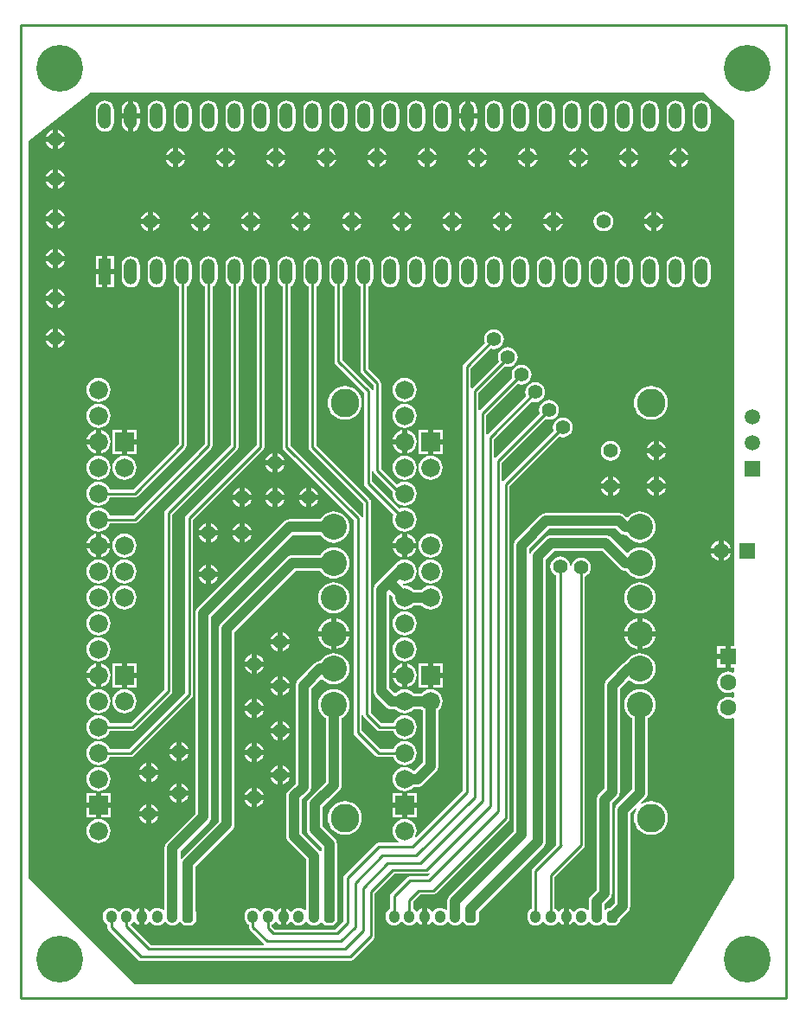
<source format=gbl>
G04*
G04 #@! TF.GenerationSoftware,Altium Limited,DefaultClient, ()*
G04*
G04 Layer_Physical_Order=2*
G04 Layer_Color=16711680*
%FSLAX25Y25*%
%MOIN*%
G70*
G04*
G04 #@! TF.SameCoordinates,BEE212FD-1A4C-4D2E-9424-7381D7AD546F*
G04*
G04*
G04 #@! TF.FilePolarity,Positive*
G04*
G01*
G75*
%ADD11C,0.01000*%
%ADD31C,0.04000*%
%ADD33O,0.04331X0.04724*%
G04:AMPARAMS|DCode=34|XSize=43.31mil|YSize=47.24mil|CornerRadius=0mil|HoleSize=0mil|Usage=FLASHONLY|Rotation=180.000|XOffset=0mil|YOffset=0mil|HoleType=Round|Shape=Octagon|*
%AMOCTAGOND34*
4,1,8,0.01083,-0.02362,-0.01083,-0.02362,-0.02165,-0.01280,-0.02165,0.01280,-0.01083,0.02362,0.01083,0.02362,0.02165,0.01280,0.02165,-0.01280,0.01083,-0.02362,0.0*
%
%ADD34OCTAGOND34*%

%ADD35C,0.18000*%
%ADD36R,0.06000X0.06000*%
%ADD37C,0.06000*%
%ADD38C,0.05906*%
%ADD39R,0.05906X0.05906*%
%ADD40C,0.10000*%
%ADD41C,0.07200*%
%ADD42R,0.07200X0.07200*%
%ADD43C,0.11000*%
%ADD44C,0.06299*%
%ADD45R,0.06299X0.06299*%
%ADD46O,0.05000X0.10000*%
%ADD47R,0.05000X0.10000*%
%ADD48C,0.05600*%
G36*
X360000Y440000D02*
Y237307D01*
X358701D01*
Y233157D01*
Y229008D01*
X360000D01*
Y227386D01*
X359500Y227061D01*
X358784Y227358D01*
X357701Y227500D01*
X356617Y227358D01*
X355608Y226940D01*
X354741Y226274D01*
X354076Y225408D01*
X353658Y224398D01*
X353515Y223315D01*
X353658Y222232D01*
X354076Y221222D01*
X354741Y220355D01*
X355608Y219690D01*
X356617Y219272D01*
X357701Y219130D01*
X358784Y219272D01*
X359500Y219569D01*
X360000Y219244D01*
Y217544D01*
X359500Y217219D01*
X358784Y217515D01*
X357701Y217658D01*
X356617Y217515D01*
X355608Y217097D01*
X354741Y216432D01*
X354076Y215565D01*
X353658Y214556D01*
X353515Y213472D01*
X353658Y212389D01*
X354076Y211380D01*
X354741Y210513D01*
X355608Y209848D01*
X356617Y209430D01*
X357701Y209287D01*
X358784Y209430D01*
X359500Y209726D01*
X360000Y209401D01*
Y148000D01*
X336000Y107000D01*
X129000D01*
X88000Y148000D01*
Y432000D01*
X112116Y450500D01*
X348187D01*
X360000Y440000D01*
D02*
G37*
%LPC*%
G36*
X258500Y447374D02*
Y442500D01*
X261030D01*
Y444000D01*
X260910Y444914D01*
X260557Y445765D01*
X259996Y446496D01*
X259265Y447057D01*
X258500Y447374D01*
D02*
G37*
G36*
X256500D02*
X255735Y447057D01*
X255004Y446496D01*
X254443Y445765D01*
X254090Y444914D01*
X253970Y444000D01*
Y442500D01*
X256500D01*
Y447374D01*
D02*
G37*
G36*
X128500D02*
Y442500D01*
X131030D01*
Y444000D01*
X130910Y444914D01*
X130557Y445765D01*
X129996Y446496D01*
X129265Y447057D01*
X128500Y447374D01*
D02*
G37*
G36*
X126500D02*
X125735Y447057D01*
X125004Y446496D01*
X124443Y445765D01*
X124090Y444914D01*
X123970Y444000D01*
Y442500D01*
X126500D01*
Y447374D01*
D02*
G37*
G36*
X131030Y440500D02*
X128500D01*
Y435626D01*
X129265Y435943D01*
X129996Y436504D01*
X130557Y437235D01*
X130910Y438086D01*
X131030Y439000D01*
Y440500D01*
D02*
G37*
G36*
X126500D02*
X123970D01*
Y439000D01*
X124090Y438086D01*
X124443Y437235D01*
X125004Y436504D01*
X125735Y435943D01*
X126500Y435626D01*
Y440500D01*
D02*
G37*
G36*
X261030D02*
X258500D01*
Y435626D01*
X259265Y435943D01*
X259996Y436504D01*
X260557Y437235D01*
X260910Y438086D01*
X261030Y439000D01*
Y440500D01*
D02*
G37*
G36*
X256500D02*
X253970D01*
Y439000D01*
X254090Y438086D01*
X254443Y437235D01*
X255004Y436504D01*
X255735Y435943D01*
X256500Y435626D01*
Y440500D01*
D02*
G37*
G36*
X347500Y447530D02*
X346586Y447410D01*
X345735Y447057D01*
X345004Y446496D01*
X344443Y445765D01*
X344090Y444914D01*
X343970Y444000D01*
Y439000D01*
X344090Y438086D01*
X344443Y437235D01*
X345004Y436504D01*
X345735Y435943D01*
X346586Y435590D01*
X347500Y435470D01*
X348414Y435590D01*
X349265Y435943D01*
X349996Y436504D01*
X350557Y437235D01*
X350910Y438086D01*
X351030Y439000D01*
Y444000D01*
X350910Y444914D01*
X350557Y445765D01*
X349996Y446496D01*
X349265Y447057D01*
X348414Y447410D01*
X347500Y447530D01*
D02*
G37*
G36*
X337500D02*
X336586Y447410D01*
X335735Y447057D01*
X335004Y446496D01*
X334443Y445765D01*
X334090Y444914D01*
X333970Y444000D01*
Y439000D01*
X334090Y438086D01*
X334443Y437235D01*
X335004Y436504D01*
X335735Y435943D01*
X336586Y435590D01*
X337500Y435470D01*
X338414Y435590D01*
X339265Y435943D01*
X339996Y436504D01*
X340557Y437235D01*
X340910Y438086D01*
X341030Y439000D01*
Y444000D01*
X340910Y444914D01*
X340557Y445765D01*
X339996Y446496D01*
X339265Y447057D01*
X338414Y447410D01*
X337500Y447530D01*
D02*
G37*
G36*
X327500D02*
X326586Y447410D01*
X325735Y447057D01*
X325004Y446496D01*
X324443Y445765D01*
X324090Y444914D01*
X323970Y444000D01*
Y439000D01*
X324090Y438086D01*
X324443Y437235D01*
X325004Y436504D01*
X325735Y435943D01*
X326586Y435590D01*
X327500Y435470D01*
X328414Y435590D01*
X329265Y435943D01*
X329996Y436504D01*
X330557Y437235D01*
X330910Y438086D01*
X331030Y439000D01*
Y444000D01*
X330910Y444914D01*
X330557Y445765D01*
X329996Y446496D01*
X329265Y447057D01*
X328414Y447410D01*
X327500Y447530D01*
D02*
G37*
G36*
X317500D02*
X316586Y447410D01*
X315735Y447057D01*
X315004Y446496D01*
X314443Y445765D01*
X314090Y444914D01*
X313970Y444000D01*
Y439000D01*
X314090Y438086D01*
X314443Y437235D01*
X315004Y436504D01*
X315735Y435943D01*
X316586Y435590D01*
X317500Y435470D01*
X318414Y435590D01*
X319265Y435943D01*
X319996Y436504D01*
X320557Y437235D01*
X320910Y438086D01*
X321030Y439000D01*
Y444000D01*
X320910Y444914D01*
X320557Y445765D01*
X319996Y446496D01*
X319265Y447057D01*
X318414Y447410D01*
X317500Y447530D01*
D02*
G37*
G36*
X307500D02*
X306586Y447410D01*
X305735Y447057D01*
X305004Y446496D01*
X304443Y445765D01*
X304090Y444914D01*
X303970Y444000D01*
Y439000D01*
X304090Y438086D01*
X304443Y437235D01*
X305004Y436504D01*
X305735Y435943D01*
X306586Y435590D01*
X307500Y435470D01*
X308414Y435590D01*
X309265Y435943D01*
X309996Y436504D01*
X310557Y437235D01*
X310910Y438086D01*
X311030Y439000D01*
Y444000D01*
X310910Y444914D01*
X310557Y445765D01*
X309996Y446496D01*
X309265Y447057D01*
X308414Y447410D01*
X307500Y447530D01*
D02*
G37*
G36*
X297500D02*
X296586Y447410D01*
X295735Y447057D01*
X295004Y446496D01*
X294443Y445765D01*
X294090Y444914D01*
X293970Y444000D01*
Y439000D01*
X294090Y438086D01*
X294443Y437235D01*
X295004Y436504D01*
X295735Y435943D01*
X296586Y435590D01*
X297500Y435470D01*
X298414Y435590D01*
X299265Y435943D01*
X299996Y436504D01*
X300557Y437235D01*
X300910Y438086D01*
X301030Y439000D01*
Y444000D01*
X300910Y444914D01*
X300557Y445765D01*
X299996Y446496D01*
X299265Y447057D01*
X298414Y447410D01*
X297500Y447530D01*
D02*
G37*
G36*
X287500D02*
X286586Y447410D01*
X285735Y447057D01*
X285004Y446496D01*
X284443Y445765D01*
X284090Y444914D01*
X283970Y444000D01*
Y439000D01*
X284090Y438086D01*
X284443Y437235D01*
X285004Y436504D01*
X285735Y435943D01*
X286586Y435590D01*
X287500Y435470D01*
X288414Y435590D01*
X289265Y435943D01*
X289996Y436504D01*
X290557Y437235D01*
X290910Y438086D01*
X291030Y439000D01*
Y444000D01*
X290910Y444914D01*
X290557Y445765D01*
X289996Y446496D01*
X289265Y447057D01*
X288414Y447410D01*
X287500Y447530D01*
D02*
G37*
G36*
X277500D02*
X276586Y447410D01*
X275735Y447057D01*
X275004Y446496D01*
X274443Y445765D01*
X274090Y444914D01*
X273970Y444000D01*
Y439000D01*
X274090Y438086D01*
X274443Y437235D01*
X275004Y436504D01*
X275735Y435943D01*
X276586Y435590D01*
X277500Y435470D01*
X278414Y435590D01*
X279265Y435943D01*
X279996Y436504D01*
X280557Y437235D01*
X280910Y438086D01*
X281030Y439000D01*
Y444000D01*
X280910Y444914D01*
X280557Y445765D01*
X279996Y446496D01*
X279265Y447057D01*
X278414Y447410D01*
X277500Y447530D01*
D02*
G37*
G36*
X267500D02*
X266586Y447410D01*
X265735Y447057D01*
X265004Y446496D01*
X264443Y445765D01*
X264090Y444914D01*
X263970Y444000D01*
Y439000D01*
X264090Y438086D01*
X264443Y437235D01*
X265004Y436504D01*
X265735Y435943D01*
X266586Y435590D01*
X267500Y435470D01*
X268414Y435590D01*
X269265Y435943D01*
X269996Y436504D01*
X270557Y437235D01*
X270910Y438086D01*
X271030Y439000D01*
Y444000D01*
X270910Y444914D01*
X270557Y445765D01*
X269996Y446496D01*
X269265Y447057D01*
X268414Y447410D01*
X267500Y447530D01*
D02*
G37*
G36*
X247500D02*
X246586Y447410D01*
X245735Y447057D01*
X245004Y446496D01*
X244443Y445765D01*
X244090Y444914D01*
X243970Y444000D01*
Y439000D01*
X244090Y438086D01*
X244443Y437235D01*
X245004Y436504D01*
X245735Y435943D01*
X246586Y435590D01*
X247500Y435470D01*
X248414Y435590D01*
X249265Y435943D01*
X249996Y436504D01*
X250557Y437235D01*
X250910Y438086D01*
X251030Y439000D01*
Y444000D01*
X250910Y444914D01*
X250557Y445765D01*
X249996Y446496D01*
X249265Y447057D01*
X248414Y447410D01*
X247500Y447530D01*
D02*
G37*
G36*
X237500D02*
X236586Y447410D01*
X235735Y447057D01*
X235004Y446496D01*
X234443Y445765D01*
X234090Y444914D01*
X233970Y444000D01*
Y439000D01*
X234090Y438086D01*
X234443Y437235D01*
X235004Y436504D01*
X235735Y435943D01*
X236586Y435590D01*
X237500Y435470D01*
X238414Y435590D01*
X239265Y435943D01*
X239996Y436504D01*
X240557Y437235D01*
X240910Y438086D01*
X241030Y439000D01*
Y444000D01*
X240910Y444914D01*
X240557Y445765D01*
X239996Y446496D01*
X239265Y447057D01*
X238414Y447410D01*
X237500Y447530D01*
D02*
G37*
G36*
X227500D02*
X226586Y447410D01*
X225735Y447057D01*
X225004Y446496D01*
X224443Y445765D01*
X224090Y444914D01*
X223970Y444000D01*
Y439000D01*
X224090Y438086D01*
X224443Y437235D01*
X225004Y436504D01*
X225735Y435943D01*
X226586Y435590D01*
X227500Y435470D01*
X228414Y435590D01*
X229265Y435943D01*
X229996Y436504D01*
X230557Y437235D01*
X230910Y438086D01*
X231030Y439000D01*
Y444000D01*
X230910Y444914D01*
X230557Y445765D01*
X229996Y446496D01*
X229265Y447057D01*
X228414Y447410D01*
X227500Y447530D01*
D02*
G37*
G36*
X217500D02*
X216586Y447410D01*
X215735Y447057D01*
X215004Y446496D01*
X214443Y445765D01*
X214090Y444914D01*
X213970Y444000D01*
Y439000D01*
X214090Y438086D01*
X214443Y437235D01*
X215004Y436504D01*
X215735Y435943D01*
X216586Y435590D01*
X217500Y435470D01*
X218414Y435590D01*
X219265Y435943D01*
X219996Y436504D01*
X220557Y437235D01*
X220910Y438086D01*
X221030Y439000D01*
Y444000D01*
X220910Y444914D01*
X220557Y445765D01*
X219996Y446496D01*
X219265Y447057D01*
X218414Y447410D01*
X217500Y447530D01*
D02*
G37*
G36*
X207500D02*
X206586Y447410D01*
X205735Y447057D01*
X205004Y446496D01*
X204443Y445765D01*
X204090Y444914D01*
X203970Y444000D01*
Y439000D01*
X204090Y438086D01*
X204443Y437235D01*
X205004Y436504D01*
X205735Y435943D01*
X206586Y435590D01*
X207500Y435470D01*
X208414Y435590D01*
X209265Y435943D01*
X209996Y436504D01*
X210557Y437235D01*
X210910Y438086D01*
X211030Y439000D01*
Y444000D01*
X210910Y444914D01*
X210557Y445765D01*
X209996Y446496D01*
X209265Y447057D01*
X208414Y447410D01*
X207500Y447530D01*
D02*
G37*
G36*
X197500D02*
X196586Y447410D01*
X195735Y447057D01*
X195004Y446496D01*
X194443Y445765D01*
X194090Y444914D01*
X193970Y444000D01*
Y439000D01*
X194090Y438086D01*
X194443Y437235D01*
X195004Y436504D01*
X195735Y435943D01*
X196586Y435590D01*
X197500Y435470D01*
X198414Y435590D01*
X199265Y435943D01*
X199996Y436504D01*
X200557Y437235D01*
X200910Y438086D01*
X201030Y439000D01*
Y444000D01*
X200910Y444914D01*
X200557Y445765D01*
X199996Y446496D01*
X199265Y447057D01*
X198414Y447410D01*
X197500Y447530D01*
D02*
G37*
G36*
X187500D02*
X186586Y447410D01*
X185735Y447057D01*
X185004Y446496D01*
X184443Y445765D01*
X184090Y444914D01*
X183970Y444000D01*
Y439000D01*
X184090Y438086D01*
X184443Y437235D01*
X185004Y436504D01*
X185735Y435943D01*
X186586Y435590D01*
X187500Y435470D01*
X188414Y435590D01*
X189265Y435943D01*
X189996Y436504D01*
X190557Y437235D01*
X190910Y438086D01*
X191030Y439000D01*
Y444000D01*
X190910Y444914D01*
X190557Y445765D01*
X189996Y446496D01*
X189265Y447057D01*
X188414Y447410D01*
X187500Y447530D01*
D02*
G37*
G36*
X177500D02*
X176586Y447410D01*
X175735Y447057D01*
X175004Y446496D01*
X174443Y445765D01*
X174090Y444914D01*
X173970Y444000D01*
Y439000D01*
X174090Y438086D01*
X174443Y437235D01*
X175004Y436504D01*
X175735Y435943D01*
X176586Y435590D01*
X177500Y435470D01*
X178414Y435590D01*
X179265Y435943D01*
X179996Y436504D01*
X180557Y437235D01*
X180910Y438086D01*
X181030Y439000D01*
Y444000D01*
X180910Y444914D01*
X180557Y445765D01*
X179996Y446496D01*
X179265Y447057D01*
X178414Y447410D01*
X177500Y447530D01*
D02*
G37*
G36*
X167500D02*
X166586Y447410D01*
X165735Y447057D01*
X165004Y446496D01*
X164443Y445765D01*
X164090Y444914D01*
X163970Y444000D01*
Y439000D01*
X164090Y438086D01*
X164443Y437235D01*
X165004Y436504D01*
X165735Y435943D01*
X166586Y435590D01*
X167500Y435470D01*
X168414Y435590D01*
X169265Y435943D01*
X169996Y436504D01*
X170557Y437235D01*
X170910Y438086D01*
X171030Y439000D01*
Y444000D01*
X170910Y444914D01*
X170557Y445765D01*
X169996Y446496D01*
X169265Y447057D01*
X168414Y447410D01*
X167500Y447530D01*
D02*
G37*
G36*
X157500D02*
X156586Y447410D01*
X155735Y447057D01*
X155004Y446496D01*
X154443Y445765D01*
X154090Y444914D01*
X153970Y444000D01*
Y439000D01*
X154090Y438086D01*
X154443Y437235D01*
X155004Y436504D01*
X155735Y435943D01*
X156586Y435590D01*
X157500Y435470D01*
X158414Y435590D01*
X159265Y435943D01*
X159996Y436504D01*
X160557Y437235D01*
X160910Y438086D01*
X161030Y439000D01*
Y444000D01*
X160910Y444914D01*
X160557Y445765D01*
X159996Y446496D01*
X159265Y447057D01*
X158414Y447410D01*
X157500Y447530D01*
D02*
G37*
G36*
X147500D02*
X146586Y447410D01*
X145735Y447057D01*
X145004Y446496D01*
X144443Y445765D01*
X144090Y444914D01*
X143970Y444000D01*
Y439000D01*
X144090Y438086D01*
X144443Y437235D01*
X145004Y436504D01*
X145735Y435943D01*
X146586Y435590D01*
X147500Y435470D01*
X148414Y435590D01*
X149265Y435943D01*
X149996Y436504D01*
X150557Y437235D01*
X150910Y438086D01*
X151030Y439000D01*
Y444000D01*
X150910Y444914D01*
X150557Y445765D01*
X149996Y446496D01*
X149265Y447057D01*
X148414Y447410D01*
X147500Y447530D01*
D02*
G37*
G36*
X137500D02*
X136586Y447410D01*
X135735Y447057D01*
X135004Y446496D01*
X134443Y445765D01*
X134090Y444914D01*
X133970Y444000D01*
Y439000D01*
X134090Y438086D01*
X134443Y437235D01*
X135004Y436504D01*
X135735Y435943D01*
X136586Y435590D01*
X137500Y435470D01*
X138414Y435590D01*
X139265Y435943D01*
X139996Y436504D01*
X140557Y437235D01*
X140910Y438086D01*
X141030Y439000D01*
Y444000D01*
X140910Y444914D01*
X140557Y445765D01*
X139996Y446496D01*
X139265Y447057D01*
X138414Y447410D01*
X137500Y447530D01*
D02*
G37*
G36*
X117500D02*
X116586Y447410D01*
X115735Y447057D01*
X115004Y446496D01*
X114443Y445765D01*
X114090Y444914D01*
X113970Y444000D01*
Y439000D01*
X114090Y438086D01*
X114443Y437235D01*
X115004Y436504D01*
X115735Y435943D01*
X116586Y435590D01*
X117500Y435470D01*
X118414Y435590D01*
X119265Y435943D01*
X119996Y436504D01*
X120557Y437235D01*
X120910Y438086D01*
X121030Y439000D01*
Y444000D01*
X120910Y444914D01*
X120557Y445765D01*
X119996Y446496D01*
X119265Y447057D01*
X118414Y447410D01*
X117500Y447530D01*
D02*
G37*
G36*
X99500Y436199D02*
Y433500D01*
X102199D01*
X101819Y434416D01*
X101210Y435210D01*
X100416Y435819D01*
X99500Y436199D01*
D02*
G37*
G36*
X97500D02*
X96584Y435819D01*
X95790Y435210D01*
X95181Y434416D01*
X94801Y433500D01*
X97500D01*
Y436199D01*
D02*
G37*
G36*
X102199Y431500D02*
X99500D01*
Y428801D01*
X100416Y429181D01*
X101210Y429790D01*
X101819Y430584D01*
X102199Y431500D01*
D02*
G37*
G36*
X97500D02*
X94801D01*
X95181Y430584D01*
X95790Y429790D01*
X96584Y429181D01*
X97500Y428801D01*
Y431500D01*
D02*
G37*
G36*
X339795Y429199D02*
Y426500D01*
X342494D01*
X342115Y427416D01*
X341506Y428210D01*
X340712Y428819D01*
X339795Y429199D01*
D02*
G37*
G36*
X337795D02*
X336879Y428819D01*
X336085Y428210D01*
X335476Y427416D01*
X335097Y426500D01*
X337795D01*
Y429199D01*
D02*
G37*
G36*
X320386D02*
Y426500D01*
X323085D01*
X322706Y427416D01*
X322096Y428210D01*
X321303Y428819D01*
X320386Y429199D01*
D02*
G37*
G36*
X318386D02*
X317470Y428819D01*
X316676Y428210D01*
X316067Y427416D01*
X315687Y426500D01*
X318386D01*
Y429199D01*
D02*
G37*
G36*
X300977D02*
Y426500D01*
X303676D01*
X303296Y427416D01*
X302687Y428210D01*
X301894Y428819D01*
X300977Y429199D01*
D02*
G37*
G36*
X298977D02*
X298061Y428819D01*
X297267Y428210D01*
X296658Y427416D01*
X296278Y426500D01*
X298977D01*
Y429199D01*
D02*
G37*
G36*
X281568D02*
Y426500D01*
X284267D01*
X283888Y427416D01*
X283278Y428210D01*
X282485Y428819D01*
X281568Y429199D01*
D02*
G37*
G36*
X279568D02*
X278652Y428819D01*
X277858Y428210D01*
X277249Y427416D01*
X276869Y426500D01*
X279568D01*
Y429199D01*
D02*
G37*
G36*
X262159D02*
Y426500D01*
X264858D01*
X264478Y427416D01*
X263869Y428210D01*
X263075Y428819D01*
X262159Y429199D01*
D02*
G37*
G36*
X260159D02*
X259243Y428819D01*
X258449Y428210D01*
X257840Y427416D01*
X257460Y426500D01*
X260159D01*
Y429199D01*
D02*
G37*
G36*
X242750D02*
Y426500D01*
X245449D01*
X245069Y427416D01*
X244460Y428210D01*
X243666Y428819D01*
X242750Y429199D01*
D02*
G37*
G36*
X240750D02*
X239834Y428819D01*
X239040Y428210D01*
X238431Y427416D01*
X238051Y426500D01*
X240750D01*
Y429199D01*
D02*
G37*
G36*
X223341D02*
Y426500D01*
X226040D01*
X225660Y427416D01*
X225051Y428210D01*
X224257Y428819D01*
X223341Y429199D01*
D02*
G37*
G36*
X221341D02*
X220425Y428819D01*
X219631Y428210D01*
X219022Y427416D01*
X218642Y426500D01*
X221341D01*
Y429199D01*
D02*
G37*
G36*
X203932D02*
Y426500D01*
X206631D01*
X206251Y427416D01*
X205642Y428210D01*
X204848Y428819D01*
X203932Y429199D01*
D02*
G37*
G36*
X201932D02*
X201015Y428819D01*
X200222Y428210D01*
X199612Y427416D01*
X199233Y426500D01*
X201932D01*
Y429199D01*
D02*
G37*
G36*
X184523D02*
Y426500D01*
X187222D01*
X186842Y427416D01*
X186233Y428210D01*
X185439Y428819D01*
X184523Y429199D01*
D02*
G37*
G36*
X182523D02*
X181606Y428819D01*
X180813Y428210D01*
X180203Y427416D01*
X179824Y426500D01*
X182523D01*
Y429199D01*
D02*
G37*
G36*
X165114D02*
Y426500D01*
X167813D01*
X167433Y427416D01*
X166824Y428210D01*
X166030Y428819D01*
X165114Y429199D01*
D02*
G37*
G36*
X163114D02*
X162197Y428819D01*
X161403Y428210D01*
X160794Y427416D01*
X160415Y426500D01*
X163114D01*
Y429199D01*
D02*
G37*
G36*
X145704D02*
Y426500D01*
X148403D01*
X148024Y427416D01*
X147415Y428210D01*
X146621Y428819D01*
X145704Y429199D01*
D02*
G37*
G36*
X143704D02*
X142788Y428819D01*
X141994Y428210D01*
X141385Y427416D01*
X141006Y426500D01*
X143704D01*
Y429199D01*
D02*
G37*
G36*
X323085Y424500D02*
X320386D01*
Y421801D01*
X321303Y422181D01*
X322096Y422790D01*
X322706Y423584D01*
X323085Y424500D01*
D02*
G37*
G36*
X318386D02*
X315687D01*
X316067Y423584D01*
X316676Y422790D01*
X317470Y422181D01*
X318386Y421801D01*
Y424500D01*
D02*
G37*
G36*
X284267D02*
X281568D01*
Y421801D01*
X282485Y422181D01*
X283278Y422790D01*
X283888Y423584D01*
X284267Y424500D01*
D02*
G37*
G36*
X279568D02*
X276869D01*
X277249Y423584D01*
X277858Y422790D01*
X278652Y422181D01*
X279568Y421801D01*
Y424500D01*
D02*
G37*
G36*
X245449D02*
X242750D01*
Y421801D01*
X243666Y422181D01*
X244460Y422790D01*
X245069Y423584D01*
X245449Y424500D01*
D02*
G37*
G36*
X240750D02*
X238051D01*
X238431Y423584D01*
X239040Y422790D01*
X239834Y422181D01*
X240750Y421801D01*
Y424500D01*
D02*
G37*
G36*
X206631D02*
X203932D01*
Y421801D01*
X204848Y422181D01*
X205642Y422790D01*
X206251Y423584D01*
X206631Y424500D01*
D02*
G37*
G36*
X201932D02*
X199233D01*
X199612Y423584D01*
X200222Y422790D01*
X201015Y422181D01*
X201932Y421801D01*
Y424500D01*
D02*
G37*
G36*
X167813D02*
X165114D01*
Y421801D01*
X166030Y422181D01*
X166824Y422790D01*
X167433Y423584D01*
X167813Y424500D01*
D02*
G37*
G36*
X163114D02*
X160415D01*
X160794Y423584D01*
X161403Y422790D01*
X162197Y422181D01*
X163114Y421801D01*
Y424500D01*
D02*
G37*
G36*
X342494D02*
X339795D01*
Y421801D01*
X340712Y422181D01*
X341506Y422790D01*
X342115Y423584D01*
X342494Y424500D01*
D02*
G37*
G36*
X337795D02*
X335097D01*
X335476Y423584D01*
X336085Y422790D01*
X336879Y422181D01*
X337795Y421801D01*
Y424500D01*
D02*
G37*
G36*
X303676D02*
X300977D01*
Y421801D01*
X301894Y422181D01*
X302687Y422790D01*
X303296Y423584D01*
X303676Y424500D01*
D02*
G37*
G36*
X298977D02*
X296278D01*
X296658Y423584D01*
X297267Y422790D01*
X298061Y422181D01*
X298977Y421801D01*
Y424500D01*
D02*
G37*
G36*
X264858D02*
X262159D01*
Y421801D01*
X263075Y422181D01*
X263869Y422790D01*
X264478Y423584D01*
X264858Y424500D01*
D02*
G37*
G36*
X260159D02*
X257460D01*
X257840Y423584D01*
X258449Y422790D01*
X259243Y422181D01*
X260159Y421801D01*
Y424500D01*
D02*
G37*
G36*
X226040D02*
X223341D01*
Y421801D01*
X224257Y422181D01*
X225051Y422790D01*
X225660Y423584D01*
X226040Y424500D01*
D02*
G37*
G36*
X221341D02*
X218642D01*
X219022Y423584D01*
X219631Y422790D01*
X220425Y422181D01*
X221341Y421801D01*
Y424500D01*
D02*
G37*
G36*
X187222D02*
X184523D01*
Y421801D01*
X185439Y422181D01*
X186233Y422790D01*
X186842Y423584D01*
X187222Y424500D01*
D02*
G37*
G36*
X182523D02*
X179824D01*
X180203Y423584D01*
X180813Y422790D01*
X181606Y422181D01*
X182523Y421801D01*
Y424500D01*
D02*
G37*
G36*
X148403D02*
X145704D01*
Y421801D01*
X146621Y422181D01*
X147415Y422790D01*
X148024Y423584D01*
X148403Y424500D01*
D02*
G37*
G36*
X143704D02*
X141006D01*
X141385Y423584D01*
X141994Y422790D01*
X142788Y422181D01*
X143704Y421801D01*
Y424500D01*
D02*
G37*
G36*
X99500Y420899D02*
Y418200D01*
X102199D01*
X101819Y419116D01*
X101210Y419910D01*
X100416Y420519D01*
X99500Y420899D01*
D02*
G37*
G36*
X97500D02*
X96584Y420519D01*
X95790Y419910D01*
X95181Y419116D01*
X94801Y418200D01*
X97500D01*
Y420899D01*
D02*
G37*
G36*
X102199Y416200D02*
X99500D01*
Y413501D01*
X100416Y413881D01*
X101210Y414490D01*
X101819Y415284D01*
X102199Y416200D01*
D02*
G37*
G36*
X97500D02*
X94801D01*
X95181Y415284D01*
X95790Y414490D01*
X96584Y413881D01*
X97500Y413501D01*
Y416200D01*
D02*
G37*
G36*
X99500Y405599D02*
Y402900D01*
X102199D01*
X101819Y403816D01*
X101210Y404610D01*
X100416Y405219D01*
X99500Y405599D01*
D02*
G37*
G36*
X97500D02*
X96584Y405219D01*
X95790Y404610D01*
X95181Y403816D01*
X94801Y402900D01*
X97500D01*
Y405599D01*
D02*
G37*
G36*
X330091Y404699D02*
Y402000D01*
X332790D01*
X332410Y402916D01*
X331801Y403710D01*
X331007Y404319D01*
X330091Y404699D01*
D02*
G37*
G36*
X328091D02*
X327174Y404319D01*
X326381Y403710D01*
X325772Y402916D01*
X325392Y402000D01*
X328091D01*
Y404699D01*
D02*
G37*
G36*
X291273D02*
Y402000D01*
X293972D01*
X293592Y402916D01*
X292983Y403710D01*
X292189Y404319D01*
X291273Y404699D01*
D02*
G37*
G36*
X289273D02*
X288356Y404319D01*
X287562Y403710D01*
X286953Y402916D01*
X286574Y402000D01*
X289273D01*
Y404699D01*
D02*
G37*
G36*
X271864D02*
Y402000D01*
X274563D01*
X274183Y402916D01*
X273574Y403710D01*
X272780Y404319D01*
X271864Y404699D01*
D02*
G37*
G36*
X269864D02*
X268947Y404319D01*
X268153Y403710D01*
X267544Y402916D01*
X267165Y402000D01*
X269864D01*
Y404699D01*
D02*
G37*
G36*
X252454D02*
Y402000D01*
X255153D01*
X254774Y402916D01*
X254165Y403710D01*
X253371Y404319D01*
X252454Y404699D01*
D02*
G37*
G36*
X250454D02*
X249538Y404319D01*
X248744Y403710D01*
X248135Y402916D01*
X247756Y402000D01*
X250454D01*
Y404699D01*
D02*
G37*
G36*
X233045D02*
Y402000D01*
X235744D01*
X235365Y402916D01*
X234756Y403710D01*
X233962Y404319D01*
X233045Y404699D01*
D02*
G37*
G36*
X231045D02*
X230129Y404319D01*
X229335Y403710D01*
X228726Y402916D01*
X228347Y402000D01*
X231045D01*
Y404699D01*
D02*
G37*
G36*
X213636D02*
Y402000D01*
X216335D01*
X215956Y402916D01*
X215347Y403710D01*
X214553Y404319D01*
X213636Y404699D01*
D02*
G37*
G36*
X211636D02*
X210720Y404319D01*
X209926Y403710D01*
X209317Y402916D01*
X208938Y402000D01*
X211636D01*
Y404699D01*
D02*
G37*
G36*
X194227D02*
Y402000D01*
X196926D01*
X196547Y402916D01*
X195938Y403710D01*
X195144Y404319D01*
X194227Y404699D01*
D02*
G37*
G36*
X192227D02*
X191311Y404319D01*
X190517Y403710D01*
X189908Y402916D01*
X189528Y402000D01*
X192227D01*
Y404699D01*
D02*
G37*
G36*
X174818D02*
Y402000D01*
X177517D01*
X177137Y402916D01*
X176528Y403710D01*
X175735Y404319D01*
X174818Y404699D01*
D02*
G37*
G36*
X172818D02*
X171902Y404319D01*
X171108Y403710D01*
X170499Y402916D01*
X170119Y402000D01*
X172818D01*
Y404699D01*
D02*
G37*
G36*
X155409D02*
Y402000D01*
X158108D01*
X157728Y402916D01*
X157119Y403710D01*
X156325Y404319D01*
X155409Y404699D01*
D02*
G37*
G36*
X153409D02*
X152493Y404319D01*
X151699Y403710D01*
X151090Y402916D01*
X150710Y402000D01*
X153409D01*
Y404699D01*
D02*
G37*
G36*
X136000D02*
Y402000D01*
X138699D01*
X138319Y402916D01*
X137710Y403710D01*
X136916Y404319D01*
X136000Y404699D01*
D02*
G37*
G36*
X134000D02*
X133084Y404319D01*
X132290Y403710D01*
X131681Y402916D01*
X131301Y402000D01*
X134000D01*
Y404699D01*
D02*
G37*
G36*
X102199Y400900D02*
X99500D01*
Y398201D01*
X100416Y398581D01*
X101210Y399190D01*
X101819Y399984D01*
X102199Y400900D01*
D02*
G37*
G36*
X97500D02*
X94801D01*
X95181Y399984D01*
X95790Y399190D01*
X96584Y398581D01*
X97500Y398201D01*
Y400900D01*
D02*
G37*
G36*
X274563Y400000D02*
X271864D01*
Y397301D01*
X272780Y397681D01*
X273574Y398290D01*
X274183Y399084D01*
X274563Y400000D01*
D02*
G37*
G36*
X269864D02*
X267165D01*
X267544Y399084D01*
X268153Y398290D01*
X268947Y397681D01*
X269864Y397301D01*
Y400000D01*
D02*
G37*
G36*
X235744D02*
X233045D01*
Y397301D01*
X233962Y397681D01*
X234756Y398290D01*
X235365Y399084D01*
X235744Y400000D01*
D02*
G37*
G36*
X231045D02*
X228347D01*
X228726Y399084D01*
X229335Y398290D01*
X230129Y397681D01*
X231045Y397301D01*
Y400000D01*
D02*
G37*
G36*
X196926D02*
X194227D01*
Y397301D01*
X195144Y397681D01*
X195938Y398290D01*
X196547Y399084D01*
X196926Y400000D01*
D02*
G37*
G36*
X192227D02*
X189528D01*
X189908Y399084D01*
X190517Y398290D01*
X191311Y397681D01*
X192227Y397301D01*
Y400000D01*
D02*
G37*
G36*
X332790D02*
X330091D01*
Y397301D01*
X331007Y397681D01*
X331801Y398290D01*
X332410Y399084D01*
X332790Y400000D01*
D02*
G37*
G36*
X328091D02*
X325392D01*
X325772Y399084D01*
X326381Y398290D01*
X327174Y397681D01*
X328091Y397301D01*
Y400000D01*
D02*
G37*
G36*
X293972D02*
X291273D01*
Y397301D01*
X292189Y397681D01*
X292983Y398290D01*
X293592Y399084D01*
X293972Y400000D01*
D02*
G37*
G36*
X289273D02*
X286574D01*
X286953Y399084D01*
X287562Y398290D01*
X288356Y397681D01*
X289273Y397301D01*
Y400000D01*
D02*
G37*
G36*
X255153D02*
X252454D01*
Y397301D01*
X253371Y397681D01*
X254165Y398290D01*
X254774Y399084D01*
X255153Y400000D01*
D02*
G37*
G36*
X250454D02*
X247756D01*
X248135Y399084D01*
X248744Y398290D01*
X249538Y397681D01*
X250454Y397301D01*
Y400000D01*
D02*
G37*
G36*
X216335D02*
X213636D01*
Y397301D01*
X214553Y397681D01*
X215347Y398290D01*
X215956Y399084D01*
X216335Y400000D01*
D02*
G37*
G36*
X211636D02*
X208938D01*
X209317Y399084D01*
X209926Y398290D01*
X210720Y397681D01*
X211636Y397301D01*
Y400000D01*
D02*
G37*
G36*
X177517D02*
X174818D01*
Y397301D01*
X175735Y397681D01*
X176528Y398290D01*
X177137Y399084D01*
X177517Y400000D01*
D02*
G37*
G36*
X172818D02*
X170119D01*
X170499Y399084D01*
X171108Y398290D01*
X171902Y397681D01*
X172818Y397301D01*
Y400000D01*
D02*
G37*
G36*
X158108D02*
X155409D01*
Y397301D01*
X156325Y397681D01*
X157119Y398290D01*
X157728Y399084D01*
X158108Y400000D01*
D02*
G37*
G36*
X153409D02*
X150710D01*
X151090Y399084D01*
X151699Y398290D01*
X152493Y397681D01*
X153409Y397301D01*
Y400000D01*
D02*
G37*
G36*
X138699D02*
X136000D01*
Y397301D01*
X136916Y397681D01*
X137710Y398290D01*
X138319Y399084D01*
X138699Y400000D01*
D02*
G37*
G36*
X134000D02*
X131301D01*
X131681Y399084D01*
X132290Y398290D01*
X133084Y397681D01*
X134000Y397301D01*
Y400000D01*
D02*
G37*
G36*
X309682Y404833D02*
X308690Y404702D01*
X307765Y404319D01*
X306972Y403710D01*
X306363Y402916D01*
X305980Y401992D01*
X305849Y401000D01*
X305980Y400008D01*
X306363Y399084D01*
X306972Y398290D01*
X307765Y397681D01*
X308690Y397298D01*
X309682Y397167D01*
X310674Y397298D01*
X311598Y397681D01*
X312392Y398290D01*
X313001Y399084D01*
X313384Y400008D01*
X313515Y401000D01*
X313384Y401992D01*
X313001Y402916D01*
X312392Y403710D01*
X311598Y404319D01*
X310674Y404702D01*
X309682Y404833D01*
D02*
G37*
G36*
X99500Y390299D02*
Y387600D01*
X102199D01*
X101819Y388516D01*
X101210Y389310D01*
X100416Y389919D01*
X99500Y390299D01*
D02*
G37*
G36*
X97500D02*
X96584Y389919D01*
X95790Y389310D01*
X95181Y388516D01*
X94801Y387600D01*
X97500D01*
Y390299D01*
D02*
G37*
G36*
X102199Y385600D02*
X99500D01*
Y382901D01*
X100416Y383281D01*
X101210Y383890D01*
X101819Y384684D01*
X102199Y385600D01*
D02*
G37*
G36*
X97500D02*
X94801D01*
X95181Y384684D01*
X95790Y383890D01*
X96584Y383281D01*
X97500Y382901D01*
Y385600D01*
D02*
G37*
G36*
X121000Y387500D02*
X118500D01*
Y382500D01*
X121000D01*
Y387500D01*
D02*
G37*
G36*
X116500D02*
X114000D01*
Y382500D01*
X116500D01*
Y387500D01*
D02*
G37*
G36*
X121000Y380500D02*
X118500D01*
Y375500D01*
X121000D01*
Y380500D01*
D02*
G37*
G36*
X116500D02*
X114000D01*
Y375500D01*
X116500D01*
Y380500D01*
D02*
G37*
G36*
X347500Y387530D02*
X346586Y387410D01*
X345735Y387057D01*
X345004Y386496D01*
X344443Y385765D01*
X344090Y384914D01*
X343970Y384000D01*
Y379000D01*
X344090Y378086D01*
X344443Y377235D01*
X345004Y376504D01*
X345735Y375943D01*
X346586Y375590D01*
X347500Y375470D01*
X348414Y375590D01*
X349265Y375943D01*
X349996Y376504D01*
X350557Y377235D01*
X350910Y378086D01*
X351030Y379000D01*
Y384000D01*
X350910Y384914D01*
X350557Y385765D01*
X349996Y386496D01*
X349265Y387057D01*
X348414Y387410D01*
X347500Y387530D01*
D02*
G37*
G36*
X337500D02*
X336586Y387410D01*
X335735Y387057D01*
X335004Y386496D01*
X334443Y385765D01*
X334090Y384914D01*
X333970Y384000D01*
Y379000D01*
X334090Y378086D01*
X334443Y377235D01*
X335004Y376504D01*
X335735Y375943D01*
X336586Y375590D01*
X337500Y375470D01*
X338414Y375590D01*
X339265Y375943D01*
X339996Y376504D01*
X340557Y377235D01*
X340910Y378086D01*
X341030Y379000D01*
Y384000D01*
X340910Y384914D01*
X340557Y385765D01*
X339996Y386496D01*
X339265Y387057D01*
X338414Y387410D01*
X337500Y387530D01*
D02*
G37*
G36*
X327500D02*
X326586Y387410D01*
X325735Y387057D01*
X325004Y386496D01*
X324443Y385765D01*
X324090Y384914D01*
X323970Y384000D01*
Y379000D01*
X324090Y378086D01*
X324443Y377235D01*
X325004Y376504D01*
X325735Y375943D01*
X326586Y375590D01*
X327500Y375470D01*
X328414Y375590D01*
X329265Y375943D01*
X329996Y376504D01*
X330557Y377235D01*
X330910Y378086D01*
X331030Y379000D01*
Y384000D01*
X330910Y384914D01*
X330557Y385765D01*
X329996Y386496D01*
X329265Y387057D01*
X328414Y387410D01*
X327500Y387530D01*
D02*
G37*
G36*
X317500D02*
X316586Y387410D01*
X315735Y387057D01*
X315004Y386496D01*
X314443Y385765D01*
X314090Y384914D01*
X313970Y384000D01*
Y379000D01*
X314090Y378086D01*
X314443Y377235D01*
X315004Y376504D01*
X315735Y375943D01*
X316586Y375590D01*
X317500Y375470D01*
X318414Y375590D01*
X319265Y375943D01*
X319996Y376504D01*
X320557Y377235D01*
X320910Y378086D01*
X321030Y379000D01*
Y384000D01*
X320910Y384914D01*
X320557Y385765D01*
X319996Y386496D01*
X319265Y387057D01*
X318414Y387410D01*
X317500Y387530D01*
D02*
G37*
G36*
X307500D02*
X306586Y387410D01*
X305735Y387057D01*
X305004Y386496D01*
X304443Y385765D01*
X304090Y384914D01*
X303970Y384000D01*
Y379000D01*
X304090Y378086D01*
X304443Y377235D01*
X305004Y376504D01*
X305735Y375943D01*
X306586Y375590D01*
X307500Y375470D01*
X308414Y375590D01*
X309265Y375943D01*
X309996Y376504D01*
X310557Y377235D01*
X310910Y378086D01*
X311030Y379000D01*
Y384000D01*
X310910Y384914D01*
X310557Y385765D01*
X309996Y386496D01*
X309265Y387057D01*
X308414Y387410D01*
X307500Y387530D01*
D02*
G37*
G36*
X297500D02*
X296586Y387410D01*
X295735Y387057D01*
X295004Y386496D01*
X294443Y385765D01*
X294090Y384914D01*
X293970Y384000D01*
Y379000D01*
X294090Y378086D01*
X294443Y377235D01*
X295004Y376504D01*
X295735Y375943D01*
X296586Y375590D01*
X297500Y375470D01*
X298414Y375590D01*
X299265Y375943D01*
X299996Y376504D01*
X300557Y377235D01*
X300910Y378086D01*
X301030Y379000D01*
Y384000D01*
X300910Y384914D01*
X300557Y385765D01*
X299996Y386496D01*
X299265Y387057D01*
X298414Y387410D01*
X297500Y387530D01*
D02*
G37*
G36*
X287500D02*
X286586Y387410D01*
X285735Y387057D01*
X285004Y386496D01*
X284443Y385765D01*
X284090Y384914D01*
X283970Y384000D01*
Y379000D01*
X284090Y378086D01*
X284443Y377235D01*
X285004Y376504D01*
X285735Y375943D01*
X286586Y375590D01*
X287500Y375470D01*
X288414Y375590D01*
X289265Y375943D01*
X289996Y376504D01*
X290557Y377235D01*
X290910Y378086D01*
X291030Y379000D01*
Y384000D01*
X290910Y384914D01*
X290557Y385765D01*
X289996Y386496D01*
X289265Y387057D01*
X288414Y387410D01*
X287500Y387530D01*
D02*
G37*
G36*
X277500D02*
X276586Y387410D01*
X275735Y387057D01*
X275004Y386496D01*
X274443Y385765D01*
X274090Y384914D01*
X273970Y384000D01*
Y379000D01*
X274090Y378086D01*
X274443Y377235D01*
X275004Y376504D01*
X275735Y375943D01*
X276586Y375590D01*
X277500Y375470D01*
X278414Y375590D01*
X279265Y375943D01*
X279996Y376504D01*
X280557Y377235D01*
X280910Y378086D01*
X281030Y379000D01*
Y384000D01*
X280910Y384914D01*
X280557Y385765D01*
X279996Y386496D01*
X279265Y387057D01*
X278414Y387410D01*
X277500Y387530D01*
D02*
G37*
G36*
X267500D02*
X266586Y387410D01*
X265735Y387057D01*
X265004Y386496D01*
X264443Y385765D01*
X264090Y384914D01*
X263970Y384000D01*
Y379000D01*
X264090Y378086D01*
X264443Y377235D01*
X265004Y376504D01*
X265735Y375943D01*
X266586Y375590D01*
X267500Y375470D01*
X268414Y375590D01*
X269265Y375943D01*
X269996Y376504D01*
X270557Y377235D01*
X270910Y378086D01*
X271030Y379000D01*
Y384000D01*
X270910Y384914D01*
X270557Y385765D01*
X269996Y386496D01*
X269265Y387057D01*
X268414Y387410D01*
X267500Y387530D01*
D02*
G37*
G36*
X257500D02*
X256586Y387410D01*
X255735Y387057D01*
X255004Y386496D01*
X254443Y385765D01*
X254090Y384914D01*
X253970Y384000D01*
Y379000D01*
X254090Y378086D01*
X254443Y377235D01*
X255004Y376504D01*
X255735Y375943D01*
X256586Y375590D01*
X257500Y375470D01*
X258414Y375590D01*
X259265Y375943D01*
X259996Y376504D01*
X260557Y377235D01*
X260910Y378086D01*
X261030Y379000D01*
Y384000D01*
X260910Y384914D01*
X260557Y385765D01*
X259996Y386496D01*
X259265Y387057D01*
X258414Y387410D01*
X257500Y387530D01*
D02*
G37*
G36*
X247500D02*
X246586Y387410D01*
X245735Y387057D01*
X245004Y386496D01*
X244443Y385765D01*
X244090Y384914D01*
X243970Y384000D01*
Y379000D01*
X244090Y378086D01*
X244443Y377235D01*
X245004Y376504D01*
X245735Y375943D01*
X246586Y375590D01*
X247500Y375470D01*
X248414Y375590D01*
X249265Y375943D01*
X249996Y376504D01*
X250557Y377235D01*
X250910Y378086D01*
X251030Y379000D01*
Y384000D01*
X250910Y384914D01*
X250557Y385765D01*
X249996Y386496D01*
X249265Y387057D01*
X248414Y387410D01*
X247500Y387530D01*
D02*
G37*
G36*
X237500D02*
X236586Y387410D01*
X235735Y387057D01*
X235004Y386496D01*
X234443Y385765D01*
X234090Y384914D01*
X233970Y384000D01*
Y379000D01*
X234090Y378086D01*
X234443Y377235D01*
X235004Y376504D01*
X235735Y375943D01*
X236586Y375590D01*
X237500Y375470D01*
X238414Y375590D01*
X239265Y375943D01*
X239996Y376504D01*
X240557Y377235D01*
X240910Y378086D01*
X241030Y379000D01*
Y384000D01*
X240910Y384914D01*
X240557Y385765D01*
X239996Y386496D01*
X239265Y387057D01*
X238414Y387410D01*
X237500Y387530D01*
D02*
G37*
G36*
X227500D02*
X226586Y387410D01*
X225735Y387057D01*
X225004Y386496D01*
X224443Y385765D01*
X224090Y384914D01*
X223970Y384000D01*
Y379000D01*
X224090Y378086D01*
X224443Y377235D01*
X225004Y376504D01*
X225735Y375943D01*
X226586Y375590D01*
X227500Y375470D01*
X228414Y375590D01*
X229265Y375943D01*
X229996Y376504D01*
X230557Y377235D01*
X230910Y378086D01*
X231030Y379000D01*
Y384000D01*
X230910Y384914D01*
X230557Y385765D01*
X229996Y386496D01*
X229265Y387057D01*
X228414Y387410D01*
X227500Y387530D01*
D02*
G37*
G36*
X137500D02*
X136586Y387410D01*
X135735Y387057D01*
X135004Y386496D01*
X134443Y385765D01*
X134090Y384914D01*
X133970Y384000D01*
Y379000D01*
X134090Y378086D01*
X134443Y377235D01*
X135004Y376504D01*
X135735Y375943D01*
X136586Y375590D01*
X137500Y375470D01*
X138414Y375590D01*
X139265Y375943D01*
X139996Y376504D01*
X140557Y377235D01*
X140910Y378086D01*
X141030Y379000D01*
Y384000D01*
X140910Y384914D01*
X140557Y385765D01*
X139996Y386496D01*
X139265Y387057D01*
X138414Y387410D01*
X137500Y387530D01*
D02*
G37*
G36*
X127500D02*
X126586Y387410D01*
X125735Y387057D01*
X125004Y386496D01*
X124443Y385765D01*
X124090Y384914D01*
X123970Y384000D01*
Y379000D01*
X124090Y378086D01*
X124443Y377235D01*
X125004Y376504D01*
X125735Y375943D01*
X126586Y375590D01*
X127500Y375470D01*
X128414Y375590D01*
X129265Y375943D01*
X129996Y376504D01*
X130557Y377235D01*
X130910Y378086D01*
X131030Y379000D01*
Y384000D01*
X130910Y384914D01*
X130557Y385765D01*
X129996Y386496D01*
X129265Y387057D01*
X128414Y387410D01*
X127500Y387530D01*
D02*
G37*
G36*
X99500Y374999D02*
Y372300D01*
X102199D01*
X101819Y373216D01*
X101210Y374010D01*
X100416Y374619D01*
X99500Y374999D01*
D02*
G37*
G36*
X97500D02*
X96584Y374619D01*
X95790Y374010D01*
X95181Y373216D01*
X94801Y372300D01*
X97500D01*
Y374999D01*
D02*
G37*
G36*
X102199Y370300D02*
X99500D01*
Y367601D01*
X100416Y367981D01*
X101210Y368590D01*
X101819Y369384D01*
X102199Y370300D01*
D02*
G37*
G36*
X97500D02*
X94801D01*
X95181Y369384D01*
X95790Y368590D01*
X96584Y367981D01*
X97500Y367601D01*
Y370300D01*
D02*
G37*
G36*
X99500Y359699D02*
Y357000D01*
X102199D01*
X101819Y357916D01*
X101210Y358710D01*
X100416Y359319D01*
X99500Y359699D01*
D02*
G37*
G36*
X97500D02*
X96584Y359319D01*
X95790Y358710D01*
X95181Y357916D01*
X94801Y357000D01*
X97500D01*
Y359699D01*
D02*
G37*
G36*
X102199Y355000D02*
X99500D01*
Y352301D01*
X100416Y352681D01*
X101210Y353290D01*
X101819Y354084D01*
X102199Y355000D01*
D02*
G37*
G36*
X97500D02*
X94801D01*
X95181Y354084D01*
X95790Y353290D01*
X96584Y352681D01*
X97500Y352301D01*
Y355000D01*
D02*
G37*
G36*
X217500Y387530D02*
X216586Y387410D01*
X215735Y387057D01*
X215004Y386496D01*
X214443Y385765D01*
X214090Y384914D01*
X213970Y384000D01*
Y379000D01*
X214090Y378086D01*
X214443Y377235D01*
X215004Y376504D01*
X215735Y375943D01*
X215971Y375845D01*
Y343500D01*
X216087Y342915D01*
X216419Y342419D01*
X220971Y337866D01*
Y335845D01*
X220471Y335795D01*
X220413Y336085D01*
X220081Y336581D01*
X209029Y347634D01*
Y375845D01*
X209265Y375943D01*
X209996Y376504D01*
X210557Y377235D01*
X210910Y378086D01*
X211030Y379000D01*
Y384000D01*
X210910Y384914D01*
X210557Y385765D01*
X209996Y386496D01*
X209265Y387057D01*
X208414Y387410D01*
X207500Y387530D01*
X206586Y387410D01*
X205735Y387057D01*
X205004Y386496D01*
X204443Y385765D01*
X204090Y384914D01*
X203970Y384000D01*
Y379000D01*
X204090Y378086D01*
X204443Y377235D01*
X205004Y376504D01*
X205735Y375943D01*
X205971Y375845D01*
Y347000D01*
X206087Y346415D01*
X206419Y345919D01*
X217471Y334866D01*
Y300000D01*
X217587Y299415D01*
X217919Y298919D01*
X228846Y287991D01*
X228518Y287201D01*
X228360Y286000D01*
X228518Y284799D01*
X228982Y283680D01*
X229719Y282719D01*
X230680Y281982D01*
X231799Y281518D01*
X233000Y281360D01*
X234201Y281518D01*
X235320Y281982D01*
X236281Y282719D01*
X237018Y283680D01*
X237482Y284799D01*
X237640Y286000D01*
X237482Y287201D01*
X237018Y288320D01*
X236281Y289281D01*
X235320Y290018D01*
X234201Y290482D01*
X233000Y290640D01*
X231799Y290482D01*
X231009Y290154D01*
X220529Y300634D01*
Y304655D01*
X221029Y304704D01*
X221087Y304415D01*
X221419Y303919D01*
X228474Y296863D01*
X228360Y296000D01*
X228518Y294799D01*
X228982Y293680D01*
X229719Y292719D01*
X230680Y291982D01*
X231799Y291518D01*
X233000Y291360D01*
X234201Y291518D01*
X235320Y291982D01*
X236281Y292719D01*
X237018Y293680D01*
X237482Y294799D01*
X237640Y296000D01*
X237482Y297201D01*
X237018Y298320D01*
X236281Y299281D01*
X235320Y300018D01*
X234201Y300482D01*
X233000Y300640D01*
X231799Y300482D01*
X230680Y300018D01*
X230094Y299569D01*
X224029Y305633D01*
Y338500D01*
X223913Y339085D01*
X223581Y339581D01*
X219029Y344133D01*
Y375845D01*
X219265Y375943D01*
X219996Y376504D01*
X220557Y377235D01*
X220910Y378086D01*
X221030Y379000D01*
Y384000D01*
X220910Y384914D01*
X220557Y385765D01*
X219996Y386496D01*
X219265Y387057D01*
X218414Y387410D01*
X217500Y387530D01*
D02*
G37*
G36*
X233000Y340640D02*
X231799Y340482D01*
X230680Y340018D01*
X229719Y339281D01*
X228982Y338320D01*
X228518Y337201D01*
X228360Y336000D01*
X228518Y334799D01*
X228982Y333680D01*
X229719Y332719D01*
X230680Y331982D01*
X231799Y331518D01*
X233000Y331360D01*
X234201Y331518D01*
X235320Y331982D01*
X236281Y332719D01*
X237018Y333680D01*
X237482Y334799D01*
X237640Y336000D01*
X237482Y337201D01*
X237018Y338320D01*
X236281Y339281D01*
X235320Y340018D01*
X234201Y340482D01*
X233000Y340640D01*
D02*
G37*
G36*
X115000D02*
X113799Y340482D01*
X112680Y340018D01*
X111719Y339281D01*
X110982Y338320D01*
X110518Y337201D01*
X110360Y336000D01*
X110518Y334799D01*
X110982Y333680D01*
X111719Y332719D01*
X112680Y331982D01*
X113799Y331518D01*
X115000Y331360D01*
X116201Y331518D01*
X117320Y331982D01*
X118281Y332719D01*
X119018Y333680D01*
X119482Y334799D01*
X119640Y336000D01*
X119482Y337201D01*
X119018Y338320D01*
X118281Y339281D01*
X117320Y340018D01*
X116201Y340482D01*
X115000Y340640D01*
D02*
G37*
G36*
X328000Y337531D02*
X326726Y337406D01*
X325500Y337034D01*
X324371Y336431D01*
X323382Y335618D01*
X322569Y334629D01*
X321966Y333500D01*
X321594Y332274D01*
X321469Y331000D01*
X321594Y329726D01*
X321966Y328501D01*
X322569Y327371D01*
X323382Y326382D01*
X324371Y325569D01*
X325500Y324966D01*
X326726Y324594D01*
X328000Y324469D01*
X329274Y324594D01*
X330500Y324966D01*
X331629Y325569D01*
X332618Y326382D01*
X333431Y327371D01*
X334034Y328501D01*
X334406Y329726D01*
X334531Y331000D01*
X334406Y332274D01*
X334034Y333500D01*
X333431Y334629D01*
X332618Y335618D01*
X331629Y336431D01*
X330500Y337034D01*
X329274Y337406D01*
X328000Y337531D01*
D02*
G37*
G36*
X210000D02*
X208726Y337406D01*
X207501Y337034D01*
X206371Y336431D01*
X205382Y335618D01*
X204569Y334629D01*
X203966Y333500D01*
X203594Y332274D01*
X203469Y331000D01*
X203594Y329726D01*
X203966Y328501D01*
X204569Y327371D01*
X205382Y326382D01*
X206371Y325569D01*
X207501Y324966D01*
X208726Y324594D01*
X210000Y324469D01*
X211274Y324594D01*
X212499Y324966D01*
X213629Y325569D01*
X214618Y326382D01*
X215431Y327371D01*
X216034Y328501D01*
X216406Y329726D01*
X216531Y331000D01*
X216406Y332274D01*
X216034Y333500D01*
X215431Y334629D01*
X214618Y335618D01*
X213629Y336431D01*
X212499Y337034D01*
X211274Y337406D01*
X210000Y337531D01*
D02*
G37*
G36*
X233000Y330640D02*
X231799Y330482D01*
X230680Y330018D01*
X229719Y329281D01*
X228982Y328320D01*
X228518Y327201D01*
X228360Y326000D01*
X228518Y324799D01*
X228982Y323680D01*
X229719Y322719D01*
X230680Y321982D01*
X231799Y321518D01*
X233000Y321360D01*
X234201Y321518D01*
X235320Y321982D01*
X236281Y322719D01*
X237018Y323680D01*
X237482Y324799D01*
X237640Y326000D01*
X237482Y327201D01*
X237018Y328320D01*
X236281Y329281D01*
X235320Y330018D01*
X234201Y330482D01*
X233000Y330640D01*
D02*
G37*
G36*
X115000D02*
X113799Y330482D01*
X112680Y330018D01*
X111719Y329281D01*
X110982Y328320D01*
X110518Y327201D01*
X110360Y326000D01*
X110518Y324799D01*
X110982Y323680D01*
X111719Y322719D01*
X112680Y321982D01*
X113799Y321518D01*
X115000Y321360D01*
X116201Y321518D01*
X117320Y321982D01*
X118281Y322719D01*
X119018Y323680D01*
X119482Y324799D01*
X119640Y326000D01*
X119482Y327201D01*
X119018Y328320D01*
X118281Y329281D01*
X117320Y330018D01*
X116201Y330482D01*
X115000Y330640D01*
D02*
G37*
G36*
X267500Y359333D02*
X266508Y359202D01*
X265584Y358819D01*
X264790Y358210D01*
X264181Y357416D01*
X263798Y356492D01*
X263667Y355500D01*
X263798Y354508D01*
X263958Y354121D01*
X255919Y346081D01*
X255587Y345585D01*
X255471Y345000D01*
Y181633D01*
X237589Y163752D01*
X237165Y164035D01*
X237482Y164799D01*
X237640Y166000D01*
X237482Y167201D01*
X237018Y168320D01*
X236281Y169281D01*
X235320Y170018D01*
X234201Y170482D01*
X233000Y170640D01*
X231799Y170482D01*
X230680Y170018D01*
X229719Y169281D01*
X228982Y168320D01*
X228518Y167201D01*
X228360Y166000D01*
X228518Y164799D01*
X228982Y163680D01*
X229719Y162719D01*
X230618Y162029D01*
X230584Y161529D01*
X223000D01*
X222415Y161413D01*
X221919Y161081D01*
X209919Y149081D01*
X209587Y148585D01*
X209471Y148000D01*
Y131133D01*
X206366Y128029D01*
X183133D01*
X181907Y129255D01*
Y130010D01*
X181974Y130038D01*
X182635Y130546D01*
X183035Y131067D01*
X183177Y131108D01*
X183485D01*
X183626Y131067D01*
X184026Y130546D01*
X184687Y130038D01*
X185284Y129791D01*
Y133000D01*
Y136209D01*
X184687Y135962D01*
X184026Y135454D01*
X183626Y134933D01*
X183485Y134892D01*
X183177D01*
X183035Y134933D01*
X182635Y135454D01*
X181974Y135962D01*
X181204Y136281D01*
X180378Y136390D01*
X179552Y136281D01*
X178782Y135962D01*
X178120Y135454D01*
X177720Y134933D01*
X177579Y134892D01*
X177271D01*
X177130Y134933D01*
X176730Y135454D01*
X176069Y135962D01*
X175299Y136281D01*
X174472Y136390D01*
X173646Y136281D01*
X172876Y135962D01*
X172215Y135454D01*
X171707Y134793D01*
X171389Y134023D01*
X171280Y133197D01*
Y132803D01*
X171389Y131977D01*
X171707Y131207D01*
X172215Y130546D01*
X172876Y130038D01*
X172943Y130010D01*
Y129027D01*
X173059Y128442D01*
X173391Y127946D01*
X178808Y122529D01*
X178671Y122092D01*
X178623Y122029D01*
X135134D01*
X127610Y129553D01*
X127582Y129651D01*
X127635Y130161D01*
X128136Y130546D01*
X128535Y131067D01*
X128677Y131108D01*
X128985D01*
X129126Y131067D01*
X129526Y130546D01*
X130187Y130038D01*
X130783Y129791D01*
Y133000D01*
Y136209D01*
X130187Y135962D01*
X129526Y135454D01*
X129126Y134933D01*
X128985Y134892D01*
X128677D01*
X128535Y134933D01*
X128136Y135454D01*
X127474Y135962D01*
X126704Y136281D01*
X125878Y136390D01*
X125052Y136281D01*
X124282Y135962D01*
X123620Y135454D01*
X123221Y134933D01*
X123079Y134892D01*
X122771D01*
X122630Y134933D01*
X122230Y135454D01*
X121569Y135962D01*
X120799Y136281D01*
X119973Y136390D01*
X119146Y136281D01*
X118376Y135962D01*
X117715Y135454D01*
X117208Y134793D01*
X116889Y134023D01*
X116780Y133197D01*
Y132803D01*
X116889Y131977D01*
X117208Y131207D01*
X117715Y130546D01*
X118376Y130038D01*
X118443Y130010D01*
Y129027D01*
X118560Y128442D01*
X118891Y127946D01*
X130419Y116419D01*
X130915Y116087D01*
X131500Y115971D01*
X212000D01*
X212585Y116087D01*
X213081Y116419D01*
X221081Y124419D01*
X221413Y124915D01*
X221529Y125500D01*
Y141867D01*
X229134Y149471D01*
X241500D01*
X242085Y149587D01*
X242482Y149852D01*
X242801Y149464D01*
X241866Y148529D01*
X235000D01*
X234415Y148413D01*
X233919Y148081D01*
X227891Y142054D01*
X227559Y141558D01*
X227443Y140972D01*
Y135989D01*
X227376Y135962D01*
X226715Y135454D01*
X226207Y134793D01*
X225889Y134023D01*
X225780Y133197D01*
Y132803D01*
X225889Y131977D01*
X226207Y131207D01*
X226715Y130546D01*
X227376Y130038D01*
X228146Y129719D01*
X228972Y129611D01*
X229799Y129719D01*
X230569Y130038D01*
X231230Y130546D01*
X231630Y131067D01*
X231771Y131108D01*
X232079D01*
X232221Y131067D01*
X232620Y130546D01*
X233282Y130038D01*
X234052Y129719D01*
X234878Y129611D01*
X235704Y129719D01*
X236474Y130038D01*
X237136Y130546D01*
X237535Y131067D01*
X237677Y131108D01*
X237985D01*
X238126Y131067D01*
X238526Y130546D01*
X239187Y130038D01*
X239784Y129791D01*
Y133000D01*
Y136209D01*
X239187Y135962D01*
X238526Y135454D01*
X238126Y134933D01*
X237985Y134892D01*
X237677D01*
X237535Y134933D01*
X237136Y135454D01*
X236474Y135962D01*
X236407Y135989D01*
Y138744D01*
X239134Y141471D01*
X244000D01*
X244585Y141587D01*
X245081Y141919D01*
X273081Y169919D01*
X273413Y170415D01*
X273529Y171000D01*
Y298867D01*
X292621Y317958D01*
X293008Y317798D01*
X294000Y317667D01*
X294992Y317798D01*
X295916Y318181D01*
X296710Y318790D01*
X297319Y319584D01*
X297702Y320508D01*
X297833Y321500D01*
X297702Y322492D01*
X297319Y323416D01*
X296710Y324210D01*
X295916Y324819D01*
X294992Y325202D01*
X294000Y325333D01*
X293008Y325202D01*
X292084Y324819D01*
X291290Y324210D01*
X290681Y323416D01*
X290298Y322492D01*
X290167Y321500D01*
X290298Y320508D01*
X290458Y320121D01*
X271029Y300692D01*
X270592Y300829D01*
X270529Y300877D01*
Y307966D01*
X287321Y324758D01*
X287708Y324598D01*
X288700Y324467D01*
X289692Y324598D01*
X290616Y324981D01*
X291410Y325590D01*
X292019Y326384D01*
X292402Y327308D01*
X292533Y328300D01*
X292402Y329292D01*
X292019Y330216D01*
X291410Y331010D01*
X290616Y331619D01*
X289692Y332002D01*
X288700Y332133D01*
X287708Y332002D01*
X286784Y331619D01*
X285990Y331010D01*
X285381Y330216D01*
X284998Y329292D01*
X284867Y328300D01*
X284998Y327308D01*
X285158Y326921D01*
X268029Y309792D01*
X267592Y309929D01*
X267529Y309977D01*
Y317067D01*
X282021Y331558D01*
X282408Y331398D01*
X283400Y331267D01*
X284392Y331398D01*
X285316Y331781D01*
X286110Y332390D01*
X286719Y333184D01*
X287102Y334108D01*
X287233Y335100D01*
X287102Y336092D01*
X286719Y337016D01*
X286110Y337810D01*
X285316Y338419D01*
X284392Y338802D01*
X283400Y338933D01*
X282408Y338802D01*
X281484Y338419D01*
X280690Y337810D01*
X280081Y337016D01*
X279698Y336092D01*
X279567Y335100D01*
X279698Y334108D01*
X279858Y333721D01*
X265029Y318892D01*
X264592Y319029D01*
X264529Y319077D01*
Y326167D01*
X276721Y338358D01*
X277108Y338198D01*
X278100Y338067D01*
X279092Y338198D01*
X280016Y338581D01*
X280810Y339190D01*
X281419Y339984D01*
X281802Y340908D01*
X281933Y341900D01*
X281802Y342892D01*
X281419Y343816D01*
X280810Y344610D01*
X280016Y345219D01*
X279092Y345602D01*
X278100Y345733D01*
X277108Y345602D01*
X276184Y345219D01*
X275390Y344610D01*
X274781Y343816D01*
X274398Y342892D01*
X274267Y341900D01*
X274398Y340908D01*
X274558Y340521D01*
X262029Y327992D01*
X261592Y328129D01*
X261529Y328177D01*
Y334866D01*
X271704Y345041D01*
X271808Y344998D01*
X272800Y344867D01*
X273792Y344998D01*
X274716Y345381D01*
X275510Y345990D01*
X276119Y346784D01*
X276502Y347708D01*
X276633Y348700D01*
X276502Y349692D01*
X276119Y350616D01*
X275510Y351410D01*
X274716Y352019D01*
X273792Y352402D01*
X272800Y352533D01*
X271808Y352402D01*
X270884Y352019D01*
X270090Y351410D01*
X269481Y350616D01*
X269098Y349692D01*
X268967Y348700D01*
X269098Y347708D01*
X269375Y347038D01*
X259029Y336692D01*
X258592Y336829D01*
X258529Y336877D01*
Y344367D01*
X266121Y351958D01*
X266508Y351798D01*
X267500Y351667D01*
X268492Y351798D01*
X269416Y352181D01*
X270210Y352790D01*
X270819Y353584D01*
X271202Y354508D01*
X271333Y355500D01*
X271202Y356492D01*
X270819Y357416D01*
X270210Y358210D01*
X269416Y358819D01*
X268492Y359202D01*
X267500Y359333D01*
D02*
G37*
G36*
X247600Y320600D02*
X244000D01*
Y317000D01*
X247600D01*
Y320600D01*
D02*
G37*
G36*
X232000Y320508D02*
X231799Y320482D01*
X230680Y320018D01*
X229719Y319281D01*
X228982Y318320D01*
X228518Y317201D01*
X228492Y317000D01*
X232000D01*
Y320508D01*
D02*
G37*
G36*
X129600Y320600D02*
X126000D01*
Y317000D01*
X129600D01*
Y320600D01*
D02*
G37*
G36*
X114000Y320508D02*
X113799Y320482D01*
X112680Y320018D01*
X111719Y319281D01*
X110982Y318320D01*
X110518Y317201D01*
X110492Y317000D01*
X114000D01*
Y320508D01*
D02*
G37*
G36*
X331000Y316199D02*
Y313500D01*
X333699D01*
X333319Y314416D01*
X332710Y315210D01*
X331916Y315819D01*
X331000Y316199D01*
D02*
G37*
G36*
X329000D02*
X328084Y315819D01*
X327290Y315210D01*
X326681Y314416D01*
X326301Y313500D01*
X329000D01*
Y316199D01*
D02*
G37*
G36*
X234000Y320508D02*
Y316000D01*
Y311492D01*
X234201Y311518D01*
X235320Y311982D01*
X236281Y312719D01*
X237018Y313680D01*
X237482Y314799D01*
X237640Y316000D01*
X237482Y317201D01*
X237018Y318320D01*
X236281Y319281D01*
X235320Y320018D01*
X234201Y320482D01*
X234000Y320508D01*
D02*
G37*
G36*
X232000Y315000D02*
X228492D01*
X228518Y314799D01*
X228982Y313680D01*
X229719Y312719D01*
X230680Y311982D01*
X231799Y311518D01*
X232000Y311492D01*
Y315000D01*
D02*
G37*
G36*
X116000Y320508D02*
Y316000D01*
Y311492D01*
X116201Y311518D01*
X117320Y311982D01*
X118281Y312719D01*
X119018Y313680D01*
X119482Y314799D01*
X119640Y316000D01*
X119482Y317201D01*
X119018Y318320D01*
X118281Y319281D01*
X117320Y320018D01*
X116201Y320482D01*
X116000Y320508D01*
D02*
G37*
G36*
X114000Y315000D02*
X110492D01*
X110518Y314799D01*
X110982Y313680D01*
X111719Y312719D01*
X112680Y311982D01*
X113799Y311518D01*
X114000Y311492D01*
Y315000D01*
D02*
G37*
G36*
X247600D02*
X244000D01*
Y311400D01*
X247600D01*
Y315000D01*
D02*
G37*
G36*
X242000Y320600D02*
X238400D01*
Y311400D01*
X242000D01*
Y316000D01*
Y320600D01*
D02*
G37*
G36*
X129600Y315000D02*
X126000D01*
Y311400D01*
X129600D01*
Y315000D01*
D02*
G37*
G36*
X124000Y320600D02*
X120400D01*
Y311400D01*
X124000D01*
Y316000D01*
Y320600D01*
D02*
G37*
G36*
X184167Y311699D02*
Y309000D01*
X186865D01*
X186486Y309916D01*
X185877Y310710D01*
X185083Y311319D01*
X184167Y311699D01*
D02*
G37*
G36*
X182167D02*
X181250Y311319D01*
X180456Y310710D01*
X179847Y309916D01*
X179468Y309000D01*
X182167D01*
Y311699D01*
D02*
G37*
G36*
X333699Y311500D02*
X331000D01*
Y308801D01*
X331916Y309181D01*
X332710Y309790D01*
X333319Y310584D01*
X333699Y311500D01*
D02*
G37*
G36*
X329000D02*
X326301D01*
X326681Y310584D01*
X327290Y309790D01*
X328084Y309181D01*
X329000Y308801D01*
Y311500D01*
D02*
G37*
G36*
X312500Y316333D02*
X311508Y316202D01*
X310584Y315819D01*
X309790Y315210D01*
X309181Y314416D01*
X308798Y313492D01*
X308667Y312500D01*
X308798Y311508D01*
X309181Y310584D01*
X309790Y309790D01*
X310584Y309181D01*
X311508Y308798D01*
X312500Y308667D01*
X313492Y308798D01*
X314416Y309181D01*
X315210Y309790D01*
X315819Y310584D01*
X316202Y311508D01*
X316333Y312500D01*
X316202Y313492D01*
X315819Y314416D01*
X315210Y315210D01*
X314416Y315819D01*
X313492Y316202D01*
X312500Y316333D01*
D02*
G37*
G36*
X186865Y307000D02*
X184167D01*
Y304301D01*
X185083Y304681D01*
X185877Y305290D01*
X186486Y306084D01*
X186865Y307000D01*
D02*
G37*
G36*
X182167D02*
X179468D01*
X179847Y306084D01*
X180456Y305290D01*
X181250Y304681D01*
X182167Y304301D01*
Y307000D01*
D02*
G37*
G36*
X243000Y310640D02*
X241799Y310482D01*
X240680Y310018D01*
X239719Y309281D01*
X238982Y308320D01*
X238518Y307201D01*
X238360Y306000D01*
X238518Y304799D01*
X238982Y303680D01*
X239719Y302719D01*
X240680Y301982D01*
X241799Y301518D01*
X243000Y301360D01*
X244201Y301518D01*
X245320Y301982D01*
X246281Y302719D01*
X247018Y303680D01*
X247482Y304799D01*
X247640Y306000D01*
X247482Y307201D01*
X247018Y308320D01*
X246281Y309281D01*
X245320Y310018D01*
X244201Y310482D01*
X243000Y310640D01*
D02*
G37*
G36*
X233000D02*
X231799Y310482D01*
X230680Y310018D01*
X229719Y309281D01*
X228982Y308320D01*
X228518Y307201D01*
X228360Y306000D01*
X228518Y304799D01*
X228982Y303680D01*
X229719Y302719D01*
X230680Y301982D01*
X231799Y301518D01*
X233000Y301360D01*
X234201Y301518D01*
X235320Y301982D01*
X236281Y302719D01*
X237018Y303680D01*
X237482Y304799D01*
X237640Y306000D01*
X237482Y307201D01*
X237018Y308320D01*
X236281Y309281D01*
X235320Y310018D01*
X234201Y310482D01*
X233000Y310640D01*
D02*
G37*
G36*
X125000D02*
X123799Y310482D01*
X122680Y310018D01*
X121719Y309281D01*
X120982Y308320D01*
X120518Y307201D01*
X120360Y306000D01*
X120518Y304799D01*
X120982Y303680D01*
X121719Y302719D01*
X122680Y301982D01*
X123799Y301518D01*
X125000Y301360D01*
X126201Y301518D01*
X127320Y301982D01*
X128281Y302719D01*
X129018Y303680D01*
X129482Y304799D01*
X129640Y306000D01*
X129482Y307201D01*
X129018Y308320D01*
X128281Y309281D01*
X127320Y310018D01*
X126201Y310482D01*
X125000Y310640D01*
D02*
G37*
G36*
X115000D02*
X113799Y310482D01*
X112680Y310018D01*
X111719Y309281D01*
X110982Y308320D01*
X110518Y307201D01*
X110360Y306000D01*
X110518Y304799D01*
X110982Y303680D01*
X111719Y302719D01*
X112680Y301982D01*
X113799Y301518D01*
X115000Y301360D01*
X116201Y301518D01*
X117320Y301982D01*
X118281Y302719D01*
X119018Y303680D01*
X119482Y304799D01*
X119640Y306000D01*
X119482Y307201D01*
X119018Y308320D01*
X118281Y309281D01*
X117320Y310018D01*
X116201Y310482D01*
X115000Y310640D01*
D02*
G37*
G36*
X331000Y302699D02*
Y300000D01*
X333699D01*
X333319Y300916D01*
X332710Y301710D01*
X331916Y302319D01*
X331000Y302699D01*
D02*
G37*
G36*
X329000D02*
X328084Y302319D01*
X327290Y301710D01*
X326681Y300916D01*
X326301Y300000D01*
X329000D01*
Y302699D01*
D02*
G37*
G36*
X313500D02*
Y300000D01*
X316199D01*
X315819Y300916D01*
X315210Y301710D01*
X314416Y302319D01*
X313500Y302699D01*
D02*
G37*
G36*
X311500D02*
X310584Y302319D01*
X309790Y301710D01*
X309181Y300916D01*
X308801Y300000D01*
X311500D01*
Y302699D01*
D02*
G37*
G36*
X147500Y387530D02*
X146586Y387410D01*
X145735Y387057D01*
X145004Y386496D01*
X144443Y385765D01*
X144090Y384914D01*
X143970Y384000D01*
Y379000D01*
X144090Y378086D01*
X144443Y377235D01*
X145004Y376504D01*
X145735Y375943D01*
X145971Y375845D01*
Y315134D01*
X128366Y297529D01*
X119345D01*
X119018Y298320D01*
X118281Y299281D01*
X117320Y300018D01*
X116201Y300482D01*
X115000Y300640D01*
X113799Y300482D01*
X112680Y300018D01*
X111719Y299281D01*
X110982Y298320D01*
X110518Y297201D01*
X110360Y296000D01*
X110518Y294799D01*
X110982Y293680D01*
X111719Y292719D01*
X112680Y291982D01*
X113799Y291518D01*
X115000Y291360D01*
X116201Y291518D01*
X117320Y291982D01*
X118281Y292719D01*
X119018Y293680D01*
X119345Y294471D01*
X129000D01*
X129585Y294587D01*
X130081Y294919D01*
X148581Y313419D01*
X148913Y313915D01*
X149029Y314500D01*
Y375845D01*
X149265Y375943D01*
X149996Y376504D01*
X150557Y377235D01*
X150910Y378086D01*
X151030Y379000D01*
Y384000D01*
X150910Y384914D01*
X150557Y385765D01*
X149996Y386496D01*
X149265Y387057D01*
X148414Y387410D01*
X147500Y387530D01*
D02*
G37*
G36*
X197000Y298199D02*
Y295500D01*
X199699D01*
X199319Y296416D01*
X198710Y297210D01*
X197916Y297819D01*
X197000Y298199D01*
D02*
G37*
G36*
X195000D02*
X194084Y297819D01*
X193290Y297210D01*
X192681Y296416D01*
X192301Y295500D01*
X195000D01*
Y298199D01*
D02*
G37*
G36*
X184167D02*
Y295500D01*
X186865D01*
X186486Y296416D01*
X185877Y297210D01*
X185083Y297819D01*
X184167Y298199D01*
D02*
G37*
G36*
X182167D02*
X181250Y297819D01*
X180456Y297210D01*
X179847Y296416D01*
X179468Y295500D01*
X182167D01*
Y298199D01*
D02*
G37*
G36*
X171333D02*
Y295500D01*
X174032D01*
X173653Y296416D01*
X173044Y297210D01*
X172250Y297819D01*
X171333Y298199D01*
D02*
G37*
G36*
X169333D02*
X168417Y297819D01*
X167623Y297210D01*
X167014Y296416D01*
X166634Y295500D01*
X169333D01*
Y298199D01*
D02*
G37*
G36*
X333699Y298000D02*
X331000D01*
Y295301D01*
X331916Y295681D01*
X332710Y296290D01*
X333319Y297084D01*
X333699Y298000D01*
D02*
G37*
G36*
X329000D02*
X326301D01*
X326681Y297084D01*
X327290Y296290D01*
X328084Y295681D01*
X329000Y295301D01*
Y298000D01*
D02*
G37*
G36*
X316199D02*
X313500D01*
Y295301D01*
X314416Y295681D01*
X315210Y296290D01*
X315819Y297084D01*
X316199Y298000D01*
D02*
G37*
G36*
X311500D02*
X308801D01*
X309181Y297084D01*
X309790Y296290D01*
X310584Y295681D01*
X311500Y295301D01*
Y298000D01*
D02*
G37*
G36*
X199699Y293500D02*
X197000D01*
Y290801D01*
X197916Y291181D01*
X198710Y291790D01*
X199319Y292584D01*
X199699Y293500D01*
D02*
G37*
G36*
X195000D02*
X192301D01*
X192681Y292584D01*
X193290Y291790D01*
X194084Y291181D01*
X195000Y290801D01*
Y293500D01*
D02*
G37*
G36*
X174032D02*
X171333D01*
Y290801D01*
X172250Y291181D01*
X173044Y291790D01*
X173653Y292584D01*
X174032Y293500D01*
D02*
G37*
G36*
X169333D02*
X166634D01*
X167014Y292584D01*
X167623Y291790D01*
X168417Y291181D01*
X169333Y290801D01*
Y293500D01*
D02*
G37*
G36*
X186865D02*
X184167D01*
Y290801D01*
X185083Y291181D01*
X185877Y291790D01*
X186486Y292584D01*
X186865Y293500D01*
D02*
G37*
G36*
X182167D02*
X179468D01*
X179847Y292584D01*
X180456Y291790D01*
X181250Y291181D01*
X182167Y290801D01*
Y293500D01*
D02*
G37*
G36*
X157500Y387530D02*
X156586Y387410D01*
X155735Y387057D01*
X155004Y386496D01*
X154443Y385765D01*
X154090Y384914D01*
X153970Y384000D01*
Y379000D01*
X154090Y378086D01*
X154443Y377235D01*
X155004Y376504D01*
X155735Y375943D01*
X155971Y375845D01*
Y315134D01*
X128366Y287529D01*
X119345D01*
X119018Y288320D01*
X118281Y289281D01*
X117320Y290018D01*
X116201Y290482D01*
X115000Y290640D01*
X113799Y290482D01*
X112680Y290018D01*
X111719Y289281D01*
X110982Y288320D01*
X110518Y287201D01*
X110360Y286000D01*
X110518Y284799D01*
X110982Y283680D01*
X111719Y282719D01*
X112680Y281982D01*
X113799Y281518D01*
X115000Y281360D01*
X116201Y281518D01*
X117320Y281982D01*
X118281Y282719D01*
X119018Y283680D01*
X119345Y284471D01*
X129000D01*
X129585Y284587D01*
X130081Y284919D01*
X158581Y313419D01*
X158913Y313915D01*
X159029Y314500D01*
Y375845D01*
X159265Y375943D01*
X159996Y376504D01*
X160557Y377235D01*
X160910Y378086D01*
X161030Y379000D01*
Y384000D01*
X160910Y384914D01*
X160557Y385765D01*
X159996Y386496D01*
X159265Y387057D01*
X158414Y387410D01*
X157500Y387530D01*
D02*
G37*
G36*
X323700Y289148D02*
X322524Y289032D01*
X321393Y288689D01*
X320351Y288131D01*
X319437Y287382D01*
X319057Y286919D01*
X318558Y286895D01*
X317813Y287640D01*
X317186Y288121D01*
X316972Y288209D01*
X316456Y288423D01*
X315673Y288526D01*
X287500D01*
X286717Y288423D01*
X285987Y288121D01*
X285360Y287640D01*
X275860Y278140D01*
X275379Y277513D01*
X275291Y277299D01*
X275077Y276783D01*
X274974Y276000D01*
Y165753D01*
X250455Y141234D01*
X249974Y140607D01*
X249672Y139878D01*
X249569Y139094D01*
Y135465D01*
X249069Y135295D01*
X248946Y135454D01*
X248285Y135962D01*
X247515Y136281D01*
X246689Y136390D01*
X245863Y136281D01*
X245093Y135962D01*
X244431Y135454D01*
X244032Y134933D01*
X243890Y134892D01*
X243582D01*
X243441Y134933D01*
X243041Y135454D01*
X242380Y135962D01*
X241783Y136209D01*
Y133000D01*
Y129791D01*
X242380Y130038D01*
X243041Y130546D01*
X243441Y131067D01*
X243582Y131108D01*
X243890D01*
X244032Y131067D01*
X244431Y130546D01*
X245093Y130038D01*
X245863Y129719D01*
X246689Y129611D01*
X247515Y129719D01*
X248285Y130038D01*
X248946Y130546D01*
X249346Y131067D01*
X249488Y131108D01*
X249796D01*
X249937Y131067D01*
X250337Y130546D01*
X250998Y130038D01*
X251768Y129719D01*
X252594Y129611D01*
X253421Y129719D01*
X254191Y130038D01*
X254852Y130546D01*
X255124Y130900D01*
X255623Y130932D01*
X256917Y129638D01*
X260083D01*
X261665Y131220D01*
Y134780D01*
Y134886D01*
X286640Y159860D01*
X287121Y160487D01*
X287423Y161217D01*
X287526Y162000D01*
Y270747D01*
X290753Y273974D01*
X309247D01*
X316021Y267199D01*
X316648Y266719D01*
X317378Y266416D01*
X317469Y266404D01*
X318161Y266313D01*
X318161Y266313D01*
X318514D01*
X318687Y265989D01*
X319437Y265076D01*
X320351Y264326D01*
X321393Y263769D01*
X322524Y263426D01*
X323700Y263310D01*
X324876Y263426D01*
X326007Y263769D01*
X327049Y264326D01*
X327963Y265076D01*
X328713Y265989D01*
X329270Y267032D01*
X329613Y268163D01*
X329729Y269339D01*
X329613Y270515D01*
X329270Y271646D01*
X328713Y272689D01*
X327963Y273602D01*
X327049Y274352D01*
X326007Y274909D01*
X324876Y275252D01*
X323700Y275368D01*
X322524Y275252D01*
X321393Y274909D01*
X320351Y274352D01*
X319437Y273602D01*
X319105Y273198D01*
X318606Y273173D01*
X312640Y279140D01*
X312013Y279621D01*
X311799Y279709D01*
X311283Y279923D01*
X310500Y280026D01*
X289500D01*
X289500Y280026D01*
X288808Y279935D01*
X288717Y279923D01*
X288352Y279772D01*
X287987Y279621D01*
X287360Y279140D01*
X282360Y274140D01*
X281879Y273513D01*
X281791Y273299D01*
X281577Y272783D01*
X281526Y272393D01*
X281026Y272426D01*
Y274747D01*
X288753Y282474D01*
X314420D01*
X315915Y280979D01*
X315915Y280979D01*
X316270Y280707D01*
X316542Y280498D01*
X316844Y280373D01*
X317271Y280196D01*
X318055Y280093D01*
X318514D01*
X318687Y279769D01*
X319437Y278855D01*
X320351Y278106D01*
X321393Y277549D01*
X322524Y277205D01*
X323700Y277090D01*
X324876Y277205D01*
X326007Y277549D01*
X327049Y278106D01*
X327963Y278855D01*
X328713Y279769D01*
X329270Y280811D01*
X329613Y281942D01*
X329729Y283119D01*
X329613Y284295D01*
X329270Y285426D01*
X328713Y286468D01*
X327963Y287382D01*
X327049Y288131D01*
X326007Y288689D01*
X324876Y289032D01*
X323700Y289148D01*
D02*
G37*
G36*
X197500Y387530D02*
X196586Y387410D01*
X195735Y387057D01*
X195004Y386496D01*
X194443Y385765D01*
X194090Y384914D01*
X193970Y384000D01*
Y379000D01*
X194090Y378086D01*
X194443Y377235D01*
X195004Y376504D01*
X195735Y375943D01*
X195971Y375845D01*
Y314000D01*
X196087Y313415D01*
X196419Y312919D01*
X216971Y292367D01*
Y286845D01*
X216471Y286795D01*
X216413Y287085D01*
X216081Y287581D01*
X189029Y314633D01*
Y375845D01*
X189265Y375943D01*
X189996Y376504D01*
X190557Y377235D01*
X190910Y378086D01*
X191030Y379000D01*
Y384000D01*
X190910Y384914D01*
X190557Y385765D01*
X189996Y386496D01*
X189265Y387057D01*
X188414Y387410D01*
X187500Y387530D01*
X186586Y387410D01*
X185735Y387057D01*
X185004Y386496D01*
X184443Y385765D01*
X184090Y384914D01*
X183970Y384000D01*
Y379000D01*
X184090Y378086D01*
X184443Y377235D01*
X185004Y376504D01*
X185735Y375943D01*
X185971Y375845D01*
Y314000D01*
X186087Y313415D01*
X186419Y312919D01*
X213471Y285866D01*
Y204000D01*
X213587Y203415D01*
X213919Y202919D01*
X221919Y194919D01*
X222415Y194587D01*
X223000Y194471D01*
X228655D01*
X228982Y193680D01*
X229719Y192719D01*
X230680Y191982D01*
X231799Y191518D01*
X233000Y191360D01*
X234201Y191518D01*
X235320Y191982D01*
X236281Y192719D01*
X237018Y193680D01*
X237482Y194799D01*
X237640Y196000D01*
X237482Y197201D01*
X237018Y198320D01*
X236281Y199281D01*
X235320Y200018D01*
X234201Y200482D01*
X233000Y200640D01*
X231799Y200482D01*
X230680Y200018D01*
X229719Y199281D01*
X228982Y198320D01*
X228655Y197529D01*
X223634D01*
X216529Y204633D01*
Y210655D01*
X217029Y210704D01*
X217087Y210415D01*
X217419Y209919D01*
X222419Y204919D01*
X222915Y204587D01*
X223500Y204471D01*
X228655D01*
X228982Y203680D01*
X229719Y202719D01*
X230680Y201982D01*
X231799Y201518D01*
X233000Y201360D01*
X234201Y201518D01*
X235320Y201982D01*
X236281Y202719D01*
X237018Y203680D01*
X237482Y204799D01*
X237640Y206000D01*
X237482Y207201D01*
X237018Y208320D01*
X236281Y209281D01*
X235320Y210018D01*
X234201Y210482D01*
X233000Y210640D01*
X231799Y210482D01*
X230680Y210018D01*
X229719Y209281D01*
X228982Y208320D01*
X228655Y207529D01*
X224133D01*
X220029Y211633D01*
Y293000D01*
X219932Y293488D01*
X219913Y293585D01*
X219581Y294081D01*
X199029Y314633D01*
Y375845D01*
X199265Y375943D01*
X199996Y376504D01*
X200557Y377235D01*
X200910Y378086D01*
X201030Y379000D01*
Y384000D01*
X200910Y384914D01*
X200557Y385765D01*
X199996Y386496D01*
X199265Y387057D01*
X198414Y387410D01*
X197500Y387530D01*
D02*
G37*
G36*
X205700Y289148D02*
X204524Y289032D01*
X203393Y288689D01*
X202350Y288131D01*
X201437Y287382D01*
X200687Y286468D01*
X200514Y286144D01*
X188619D01*
X188619Y286144D01*
X187835Y286041D01*
X187106Y285739D01*
X186479Y285258D01*
X153360Y252140D01*
X152880Y251513D01*
X152791Y251299D01*
X152577Y250783D01*
X152474Y250000D01*
Y172753D01*
X141455Y161734D01*
X140974Y161107D01*
X140672Y160378D01*
X140569Y159595D01*
Y135465D01*
X140069Y135295D01*
X139946Y135454D01*
X139285Y135962D01*
X138515Y136281D01*
X137689Y136390D01*
X136863Y136281D01*
X136093Y135962D01*
X135431Y135454D01*
X135032Y134933D01*
X134890Y134892D01*
X134582D01*
X134441Y134933D01*
X134041Y135454D01*
X133380Y135962D01*
X132783Y136209D01*
Y133000D01*
Y129791D01*
X133380Y130038D01*
X134041Y130546D01*
X134441Y131067D01*
X134582Y131108D01*
X134890D01*
X135032Y131067D01*
X135431Y130546D01*
X136093Y130038D01*
X136863Y129719D01*
X137689Y129611D01*
X138515Y129719D01*
X139285Y130038D01*
X139946Y130546D01*
X140346Y131067D01*
X140488Y131108D01*
X140796D01*
X140937Y131067D01*
X141337Y130546D01*
X141998Y130038D01*
X142768Y129719D01*
X143595Y129611D01*
X144421Y129719D01*
X145191Y130038D01*
X145852Y130546D01*
X146124Y130900D01*
X146623Y130932D01*
X147917Y129638D01*
X151083D01*
X152665Y131220D01*
Y134780D01*
X152526Y134919D01*
Y152247D01*
X166640Y166360D01*
X166640Y166360D01*
X166912Y166715D01*
X167121Y166987D01*
X167246Y167289D01*
X167423Y167717D01*
X167526Y168500D01*
Y242747D01*
X191092Y266313D01*
X200514D01*
X200687Y265989D01*
X201437Y265076D01*
X202350Y264326D01*
X203393Y263769D01*
X204524Y263426D01*
X205700Y263310D01*
X206876Y263426D01*
X208007Y263769D01*
X209050Y264326D01*
X209963Y265076D01*
X210713Y265989D01*
X211270Y267032D01*
X211613Y268163D01*
X211729Y269339D01*
X211613Y270515D01*
X211270Y271646D01*
X210713Y272689D01*
X209963Y273602D01*
X209050Y274352D01*
X208007Y274909D01*
X206876Y275252D01*
X205700Y275368D01*
X204524Y275252D01*
X203393Y274909D01*
X202350Y274352D01*
X201437Y273602D01*
X200687Y272689D01*
X200514Y272365D01*
X189839D01*
X189056Y272262D01*
X188326Y271959D01*
X187699Y271479D01*
X162360Y246140D01*
X161880Y245513D01*
X161791Y245299D01*
X161577Y244783D01*
X161474Y244000D01*
Y169753D01*
X147360Y155640D01*
X147120Y155327D01*
X146620Y155497D01*
Y158341D01*
X157640Y169360D01*
X157640Y169360D01*
X157912Y169715D01*
X158121Y169987D01*
X158246Y170289D01*
X158423Y170717D01*
X158526Y171500D01*
Y248747D01*
X189872Y280093D01*
X200514D01*
X200687Y279769D01*
X201437Y278855D01*
X202350Y278106D01*
X203393Y277549D01*
X204524Y277205D01*
X205700Y277090D01*
X206876Y277205D01*
X208007Y277549D01*
X209050Y278106D01*
X209963Y278855D01*
X210713Y279769D01*
X211270Y280811D01*
X211613Y281942D01*
X211729Y283119D01*
X211613Y284295D01*
X211270Y285426D01*
X210713Y286468D01*
X209963Y287382D01*
X209050Y288131D01*
X208007Y288689D01*
X206876Y289032D01*
X205700Y289148D01*
D02*
G37*
G36*
X171333Y284699D02*
Y282000D01*
X174032D01*
X173653Y282916D01*
X173044Y283710D01*
X172250Y284319D01*
X171333Y284699D01*
D02*
G37*
G36*
X169333D02*
X168417Y284319D01*
X167623Y283710D01*
X167014Y282916D01*
X166634Y282000D01*
X169333D01*
Y284699D01*
D02*
G37*
G36*
X158500D02*
Y282000D01*
X161199D01*
X160819Y282916D01*
X160210Y283710D01*
X159416Y284319D01*
X158500Y284699D01*
D02*
G37*
G36*
X156500D02*
X155584Y284319D01*
X154790Y283710D01*
X154181Y282916D01*
X153801Y282000D01*
X156500D01*
Y284699D01*
D02*
G37*
G36*
X174032Y280000D02*
X171333D01*
Y277301D01*
X172250Y277681D01*
X173044Y278290D01*
X173653Y279084D01*
X174032Y280000D01*
D02*
G37*
G36*
X169333D02*
X166634D01*
X167014Y279084D01*
X167623Y278290D01*
X168417Y277681D01*
X169333Y277301D01*
Y280000D01*
D02*
G37*
G36*
X161199D02*
X158500D01*
Y277301D01*
X159416Y277681D01*
X160210Y278290D01*
X160819Y279084D01*
X161199Y280000D01*
D02*
G37*
G36*
X156500D02*
X153801D01*
X154181Y279084D01*
X154790Y278290D01*
X155584Y277681D01*
X156500Y277301D01*
Y280000D01*
D02*
G37*
G36*
X234000Y280508D02*
Y277000D01*
X237508D01*
X237482Y277201D01*
X237018Y278320D01*
X236281Y279281D01*
X235320Y280018D01*
X234201Y280482D01*
X234000Y280508D01*
D02*
G37*
G36*
X232000D02*
X231799Y280482D01*
X230680Y280018D01*
X229719Y279281D01*
X228982Y278320D01*
X228518Y277201D01*
X228492Y277000D01*
X232000D01*
Y280508D01*
D02*
G37*
G36*
X116000D02*
Y277000D01*
X119508D01*
X119482Y277201D01*
X119018Y278320D01*
X118281Y279281D01*
X117320Y280018D01*
X116201Y280482D01*
X116000Y280508D01*
D02*
G37*
G36*
X114000D02*
X113799Y280482D01*
X112680Y280018D01*
X111719Y279281D01*
X110982Y278320D01*
X110518Y277201D01*
X110492Y277000D01*
X114000D01*
Y280508D01*
D02*
G37*
G36*
X356000Y277903D02*
Y275000D01*
X358903D01*
X358897Y275044D01*
X358494Y276017D01*
X357853Y276853D01*
X357017Y277494D01*
X356044Y277897D01*
X356000Y277903D01*
D02*
G37*
G36*
X354000D02*
X353956Y277897D01*
X352983Y277494D01*
X352147Y276853D01*
X351506Y276017D01*
X351103Y275044D01*
X351097Y275000D01*
X354000D01*
Y277903D01*
D02*
G37*
G36*
X237508Y275000D02*
X234000D01*
Y271492D01*
X234201Y271518D01*
X235320Y271982D01*
X236281Y272719D01*
X237018Y273680D01*
X237482Y274799D01*
X237508Y275000D01*
D02*
G37*
G36*
X232000D02*
X228492D01*
X228518Y274799D01*
X228982Y273680D01*
X229719Y272719D01*
X230680Y271982D01*
X231799Y271518D01*
X232000Y271492D01*
Y275000D01*
D02*
G37*
G36*
X119508D02*
X116000D01*
Y271492D01*
X116201Y271518D01*
X117320Y271982D01*
X118281Y272719D01*
X119018Y273680D01*
X119482Y274799D01*
X119508Y275000D01*
D02*
G37*
G36*
X114000D02*
X110492D01*
X110518Y274799D01*
X110982Y273680D01*
X111719Y272719D01*
X112680Y271982D01*
X113799Y271518D01*
X114000Y271492D01*
Y275000D01*
D02*
G37*
G36*
X243000Y280640D02*
X241799Y280482D01*
X240680Y280018D01*
X239719Y279281D01*
X238982Y278320D01*
X238518Y277201D01*
X238360Y276000D01*
X238518Y274799D01*
X238982Y273680D01*
X239719Y272719D01*
X240680Y271982D01*
X241799Y271518D01*
X243000Y271360D01*
X244201Y271518D01*
X245320Y271982D01*
X246281Y272719D01*
X247018Y273680D01*
X247482Y274799D01*
X247640Y276000D01*
X247482Y277201D01*
X247018Y278320D01*
X246281Y279281D01*
X245320Y280018D01*
X244201Y280482D01*
X243000Y280640D01*
D02*
G37*
G36*
X125000D02*
X123799Y280482D01*
X122680Y280018D01*
X121719Y279281D01*
X120982Y278320D01*
X120518Y277201D01*
X120360Y276000D01*
X120518Y274799D01*
X120982Y273680D01*
X121719Y272719D01*
X122680Y271982D01*
X123799Y271518D01*
X125000Y271360D01*
X126201Y271518D01*
X127320Y271982D01*
X128281Y272719D01*
X129018Y273680D01*
X129482Y274799D01*
X129640Y276000D01*
X129482Y277201D01*
X129018Y278320D01*
X128281Y279281D01*
X127320Y280018D01*
X126201Y280482D01*
X125000Y280640D01*
D02*
G37*
G36*
X358903Y273000D02*
X356000D01*
Y270097D01*
X356044Y270103D01*
X357017Y270506D01*
X357853Y271147D01*
X358494Y271983D01*
X358897Y272956D01*
X358903Y273000D01*
D02*
G37*
G36*
X354000D02*
X351097D01*
X351103Y272956D01*
X351506Y271983D01*
X352147Y271147D01*
X352983Y270506D01*
X353956Y270103D01*
X354000Y270097D01*
Y273000D01*
D02*
G37*
G36*
X158500Y268699D02*
Y266000D01*
X161199D01*
X160819Y266916D01*
X160210Y267710D01*
X159416Y268319D01*
X158500Y268699D01*
D02*
G37*
G36*
X156500D02*
X155584Y268319D01*
X154790Y267710D01*
X154181Y266916D01*
X153801Y266000D01*
X156500D01*
Y268699D01*
D02*
G37*
G36*
X243000Y270640D02*
X241799Y270482D01*
X240680Y270018D01*
X239719Y269281D01*
X238982Y268320D01*
X238518Y267201D01*
X238360Y266000D01*
X238518Y264799D01*
X238982Y263680D01*
X239719Y262719D01*
X240680Y261982D01*
X241799Y261518D01*
X243000Y261360D01*
X244201Y261518D01*
X245320Y261982D01*
X246281Y262719D01*
X247018Y263680D01*
X247482Y264799D01*
X247640Y266000D01*
X247482Y267201D01*
X247018Y268320D01*
X246281Y269281D01*
X245320Y270018D01*
X244201Y270482D01*
X243000Y270640D01*
D02*
G37*
G36*
X233000D02*
X231799Y270482D01*
X230680Y270018D01*
X229719Y269281D01*
X228982Y268320D01*
X228929Y268192D01*
X228860Y268140D01*
X228860Y268140D01*
X221860Y261140D01*
X221379Y260513D01*
X221291Y260299D01*
X221077Y259783D01*
X220974Y259000D01*
Y220000D01*
X221077Y219217D01*
X221291Y218701D01*
X221379Y218487D01*
X221860Y217860D01*
X225860Y213860D01*
X225860Y213860D01*
X226215Y213588D01*
X226487Y213380D01*
X227217Y213077D01*
X228000Y212974D01*
X229524D01*
X229719Y212719D01*
X230680Y211982D01*
X231799Y211518D01*
X233000Y211360D01*
X234201Y211518D01*
X235320Y211982D01*
X236281Y212719D01*
X236476Y212974D01*
X239524D01*
X239719Y212719D01*
X239974Y212524D01*
Y192253D01*
X236911Y189190D01*
X236327Y189220D01*
X236281Y189281D01*
X235320Y190018D01*
X234201Y190482D01*
X233000Y190640D01*
X231799Y190482D01*
X230680Y190018D01*
X229719Y189281D01*
X228982Y188320D01*
X228518Y187201D01*
X228360Y186000D01*
X228518Y184799D01*
X228982Y183680D01*
X229719Y182719D01*
X230680Y181982D01*
X231799Y181518D01*
X233000Y181360D01*
X234201Y181518D01*
X235320Y181982D01*
X236281Y182719D01*
X236476Y182974D01*
X238000D01*
X238783Y183077D01*
X239299Y183291D01*
X239513Y183379D01*
X240140Y183860D01*
X245140Y188860D01*
X245620Y189487D01*
X245772Y189852D01*
X245923Y190217D01*
X245935Y190308D01*
X246026Y191000D01*
X246026Y191000D01*
Y212524D01*
X246281Y212719D01*
X247018Y213680D01*
X247482Y214799D01*
X247640Y216000D01*
X247482Y217201D01*
X247018Y218320D01*
X246281Y219281D01*
X245320Y220018D01*
X244201Y220482D01*
X243000Y220640D01*
X241799Y220482D01*
X240680Y220018D01*
X239719Y219281D01*
X239524Y219026D01*
X236476D01*
X236281Y219281D01*
X235320Y220018D01*
X234201Y220482D01*
X233000Y220640D01*
X231799Y220482D01*
X230680Y220018D01*
X229719Y219281D01*
X229673Y219220D01*
X229089Y219190D01*
X227026Y221253D01*
Y257042D01*
X227488Y257233D01*
X228402Y256318D01*
X228360Y256000D01*
X228518Y254799D01*
X228982Y253680D01*
X229719Y252719D01*
X230680Y251982D01*
X231799Y251518D01*
X233000Y251360D01*
X234201Y251518D01*
X235320Y251982D01*
X236281Y252719D01*
X236476Y252974D01*
X239524D01*
X239719Y252719D01*
X240680Y251982D01*
X241799Y251518D01*
X243000Y251360D01*
X244201Y251518D01*
X245320Y251982D01*
X246281Y252719D01*
X247018Y253680D01*
X247482Y254799D01*
X247640Y256000D01*
X247482Y257201D01*
X247018Y258320D01*
X246281Y259281D01*
X245320Y260018D01*
X244201Y260482D01*
X243000Y260640D01*
X241799Y260482D01*
X240680Y260018D01*
X239719Y259281D01*
X239524Y259026D01*
X236476D01*
X236281Y259281D01*
X235320Y260018D01*
X234201Y260482D01*
X233000Y260640D01*
X232681Y260598D01*
X232336Y260943D01*
X232569Y261417D01*
X233000Y261360D01*
X234201Y261518D01*
X235320Y261982D01*
X236281Y262719D01*
X237018Y263680D01*
X237482Y264799D01*
X237640Y266000D01*
X237482Y267201D01*
X237018Y268320D01*
X236281Y269281D01*
X235320Y270018D01*
X234201Y270482D01*
X233000Y270640D01*
D02*
G37*
G36*
X125000D02*
X123799Y270482D01*
X122680Y270018D01*
X121719Y269281D01*
X120982Y268320D01*
X120518Y267201D01*
X120360Y266000D01*
X120518Y264799D01*
X120982Y263680D01*
X121719Y262719D01*
X122680Y261982D01*
X123799Y261518D01*
X125000Y261360D01*
X126201Y261518D01*
X127320Y261982D01*
X128281Y262719D01*
X129018Y263680D01*
X129482Y264799D01*
X129640Y266000D01*
X129482Y267201D01*
X129018Y268320D01*
X128281Y269281D01*
X127320Y270018D01*
X126201Y270482D01*
X125000Y270640D01*
D02*
G37*
G36*
X115000D02*
X113799Y270482D01*
X112680Y270018D01*
X111719Y269281D01*
X110982Y268320D01*
X110518Y267201D01*
X110360Y266000D01*
X110518Y264799D01*
X110982Y263680D01*
X111719Y262719D01*
X112680Y261982D01*
X113799Y261518D01*
X115000Y261360D01*
X116201Y261518D01*
X117320Y261982D01*
X118281Y262719D01*
X119018Y263680D01*
X119482Y264799D01*
X119640Y266000D01*
X119482Y267201D01*
X119018Y268320D01*
X118281Y269281D01*
X117320Y270018D01*
X116201Y270482D01*
X115000Y270640D01*
D02*
G37*
G36*
X161199Y264000D02*
X158500D01*
Y261301D01*
X159416Y261681D01*
X160210Y262290D01*
X160819Y263084D01*
X161199Y264000D01*
D02*
G37*
G36*
X156500D02*
X153801D01*
X154181Y263084D01*
X154790Y262290D01*
X155584Y261681D01*
X156500Y261301D01*
Y264000D01*
D02*
G37*
G36*
X125000Y260640D02*
X123799Y260482D01*
X122680Y260018D01*
X121719Y259281D01*
X120982Y258320D01*
X120518Y257201D01*
X120360Y256000D01*
X120518Y254799D01*
X120982Y253680D01*
X121719Y252719D01*
X122680Y251982D01*
X123799Y251518D01*
X125000Y251360D01*
X126201Y251518D01*
X127320Y251982D01*
X128281Y252719D01*
X129018Y253680D01*
X129482Y254799D01*
X129640Y256000D01*
X129482Y257201D01*
X129018Y258320D01*
X128281Y259281D01*
X127320Y260018D01*
X126201Y260482D01*
X125000Y260640D01*
D02*
G37*
G36*
X115000D02*
X113799Y260482D01*
X112680Y260018D01*
X111719Y259281D01*
X110982Y258320D01*
X110518Y257201D01*
X110360Y256000D01*
X110518Y254799D01*
X110982Y253680D01*
X111719Y252719D01*
X112680Y251982D01*
X113799Y251518D01*
X115000Y251360D01*
X116201Y251518D01*
X117320Y251982D01*
X118281Y252719D01*
X119018Y253680D01*
X119482Y254799D01*
X119640Y256000D01*
X119482Y257201D01*
X119018Y258320D01*
X118281Y259281D01*
X117320Y260018D01*
X116201Y260482D01*
X115000Y260640D01*
D02*
G37*
G36*
X323700Y261828D02*
X322524Y261712D01*
X321393Y261369D01*
X320351Y260812D01*
X319437Y260062D01*
X318687Y259149D01*
X318130Y258106D01*
X317787Y256975D01*
X317671Y255799D01*
X317787Y254623D01*
X318130Y253492D01*
X318687Y252449D01*
X319437Y251536D01*
X320351Y250786D01*
X321393Y250229D01*
X322524Y249886D01*
X323700Y249770D01*
X324876Y249886D01*
X326007Y250229D01*
X327049Y250786D01*
X327963Y251536D01*
X328713Y252449D01*
X329270Y253492D01*
X329613Y254623D01*
X329729Y255799D01*
X329613Y256975D01*
X329270Y258106D01*
X328713Y259149D01*
X327963Y260062D01*
X327049Y260812D01*
X326007Y261369D01*
X324876Y261712D01*
X323700Y261828D01*
D02*
G37*
G36*
X205700D02*
X204524Y261712D01*
X203393Y261369D01*
X202350Y260812D01*
X201437Y260062D01*
X200687Y259149D01*
X200130Y258106D01*
X199787Y256975D01*
X199671Y255799D01*
X199787Y254623D01*
X200130Y253492D01*
X200687Y252449D01*
X201437Y251536D01*
X202350Y250786D01*
X203393Y250229D01*
X204524Y249886D01*
X205700Y249770D01*
X206876Y249886D01*
X208007Y250229D01*
X209050Y250786D01*
X209963Y251536D01*
X210713Y252449D01*
X211270Y253492D01*
X211613Y254623D01*
X211729Y255799D01*
X211613Y256975D01*
X211270Y258106D01*
X210713Y259149D01*
X209963Y260062D01*
X209050Y260812D01*
X208007Y261369D01*
X206876Y261712D01*
X205700Y261828D01*
D02*
G37*
G36*
X324700Y247950D02*
Y243020D01*
X329630D01*
X329613Y243196D01*
X329270Y244327D01*
X328713Y245369D01*
X327963Y246283D01*
X327049Y247032D01*
X326007Y247590D01*
X324876Y247933D01*
X324700Y247950D01*
D02*
G37*
G36*
X322700D02*
X322524Y247933D01*
X321393Y247590D01*
X320351Y247032D01*
X319437Y246283D01*
X318687Y245369D01*
X318130Y244327D01*
X317787Y243196D01*
X317770Y243020D01*
X322700D01*
Y247950D01*
D02*
G37*
G36*
X206700D02*
Y243020D01*
X211631D01*
X211613Y243196D01*
X211270Y244327D01*
X210713Y245369D01*
X209963Y246283D01*
X209050Y247032D01*
X208007Y247590D01*
X206876Y247933D01*
X206700Y247950D01*
D02*
G37*
G36*
X204700D02*
X204524Y247933D01*
X203393Y247590D01*
X202350Y247032D01*
X201437Y246283D01*
X200687Y245369D01*
X200130Y244327D01*
X199787Y243196D01*
X199769Y243020D01*
X204700D01*
Y247950D01*
D02*
G37*
G36*
X233000Y250640D02*
X231799Y250482D01*
X230680Y250018D01*
X229719Y249281D01*
X228982Y248320D01*
X228518Y247201D01*
X228360Y246000D01*
X228518Y244799D01*
X228982Y243680D01*
X229719Y242719D01*
X230680Y241982D01*
X231799Y241518D01*
X233000Y241360D01*
X234201Y241518D01*
X235320Y241982D01*
X236281Y242719D01*
X237018Y243680D01*
X237482Y244799D01*
X237640Y246000D01*
X237482Y247201D01*
X237018Y248320D01*
X236281Y249281D01*
X235320Y250018D01*
X234201Y250482D01*
X233000Y250640D01*
D02*
G37*
G36*
X115000D02*
X113799Y250482D01*
X112680Y250018D01*
X111719Y249281D01*
X110982Y248320D01*
X110518Y247201D01*
X110360Y246000D01*
X110518Y244799D01*
X110982Y243680D01*
X111719Y242719D01*
X112680Y241982D01*
X113799Y241518D01*
X115000Y241360D01*
X116201Y241518D01*
X117320Y241982D01*
X118281Y242719D01*
X119018Y243680D01*
X119482Y244799D01*
X119640Y246000D01*
X119482Y247201D01*
X119018Y248320D01*
X118281Y249281D01*
X117320Y250018D01*
X116201Y250482D01*
X115000Y250640D01*
D02*
G37*
G36*
X186000Y242699D02*
Y240000D01*
X188699D01*
X188319Y240916D01*
X187710Y241710D01*
X186916Y242319D01*
X186000Y242699D01*
D02*
G37*
G36*
X184000D02*
X183084Y242319D01*
X182290Y241710D01*
X181681Y240916D01*
X181301Y240000D01*
X184000D01*
Y242699D01*
D02*
G37*
G36*
X329630Y241020D02*
X324700D01*
Y236089D01*
X324876Y236106D01*
X326007Y236449D01*
X327049Y237006D01*
X327963Y237756D01*
X328713Y238670D01*
X329270Y239712D01*
X329613Y240843D01*
X329630Y241020D01*
D02*
G37*
G36*
X322700D02*
X317770D01*
X317787Y240843D01*
X318130Y239712D01*
X318687Y238670D01*
X319437Y237756D01*
X320351Y237006D01*
X321393Y236449D01*
X322524Y236106D01*
X322700Y236089D01*
Y241020D01*
D02*
G37*
G36*
X211631D02*
X206700D01*
Y236089D01*
X206876Y236106D01*
X208007Y236449D01*
X209050Y237006D01*
X209963Y237756D01*
X210713Y238670D01*
X211270Y239712D01*
X211613Y240843D01*
X211631Y241020D01*
D02*
G37*
G36*
X204700D02*
X199769D01*
X199787Y240843D01*
X200130Y239712D01*
X200687Y238670D01*
X201437Y237756D01*
X202350Y237006D01*
X203393Y236449D01*
X204524Y236106D01*
X204700Y236089D01*
Y241020D01*
D02*
G37*
G36*
X188699Y238000D02*
X186000D01*
Y235301D01*
X186916Y235681D01*
X187710Y236290D01*
X188319Y237084D01*
X188699Y238000D01*
D02*
G37*
G36*
X184000D02*
X181301D01*
X181681Y237084D01*
X182290Y236290D01*
X183084Y235681D01*
X184000Y235301D01*
Y238000D01*
D02*
G37*
G36*
X356701Y237307D02*
X353551D01*
Y234157D01*
X356701D01*
Y237307D01*
D02*
G37*
G36*
X205700Y234508D02*
X204524Y234393D01*
X203393Y234050D01*
X202350Y233492D01*
X201437Y232743D01*
X200687Y231829D01*
X200514Y231505D01*
X200480D01*
X200480Y231505D01*
X199696Y231402D01*
X198967Y231100D01*
X198340Y230619D01*
X191860Y224140D01*
X191379Y223513D01*
X191291Y223299D01*
X191077Y222783D01*
X190974Y222000D01*
Y184253D01*
X188360Y181640D01*
X187880Y181013D01*
X187791Y180799D01*
X187577Y180283D01*
X187474Y179500D01*
Y164000D01*
X187577Y163217D01*
X187791Y162701D01*
X187880Y162487D01*
X188360Y161860D01*
X195069Y155152D01*
Y135465D01*
X194569Y135295D01*
X194447Y135454D01*
X193785Y135962D01*
X193015Y136281D01*
X192189Y136390D01*
X191363Y136281D01*
X190593Y135962D01*
X189931Y135454D01*
X189532Y134933D01*
X189390Y134892D01*
X189082D01*
X188941Y134933D01*
X188541Y135454D01*
X187880Y135962D01*
X187284Y136209D01*
Y133000D01*
Y129791D01*
X187880Y130038D01*
X188541Y130546D01*
X188941Y131067D01*
X189082Y131108D01*
X189390D01*
X189532Y131067D01*
X189931Y130546D01*
X190593Y130038D01*
X191363Y129719D01*
X192189Y129611D01*
X193015Y129719D01*
X193785Y130038D01*
X194447Y130546D01*
X194846Y131067D01*
X194988Y131108D01*
X195296D01*
X195437Y131067D01*
X195837Y130546D01*
X196498Y130038D01*
X197268Y129719D01*
X198094Y129611D01*
X198921Y129719D01*
X199691Y130038D01*
X200352Y130546D01*
X200624Y130900D01*
X201123Y130932D01*
X202417Y129638D01*
X205583D01*
X207165Y131220D01*
Y134780D01*
X207026Y134919D01*
Y161000D01*
X206923Y161783D01*
X206621Y162513D01*
X206412Y162785D01*
X206140Y163140D01*
X206140Y163140D01*
X201526Y167753D01*
Y175247D01*
X207840Y181560D01*
X208320Y182187D01*
X208623Y182917D01*
X208726Y183700D01*
X208726Y183700D01*
Y209514D01*
X209050Y209687D01*
X209963Y210437D01*
X210713Y211350D01*
X211270Y212393D01*
X211613Y213524D01*
X211729Y214700D01*
X211613Y215876D01*
X211270Y217007D01*
X210713Y218050D01*
X209963Y218963D01*
X209050Y219713D01*
X208007Y220270D01*
X206876Y220613D01*
X205700Y220729D01*
X204524Y220613D01*
X203393Y220270D01*
X202350Y219713D01*
X201437Y218963D01*
X200687Y218050D01*
X200130Y217007D01*
X199787Y215876D01*
X199671Y214700D01*
X199787Y213524D01*
X200130Y212393D01*
X200687Y211350D01*
X201437Y210437D01*
X202350Y209687D01*
X202674Y209514D01*
Y184953D01*
X196360Y178640D01*
X195879Y178013D01*
X195791Y177799D01*
X195577Y177283D01*
X195474Y176500D01*
Y166500D01*
X195577Y165717D01*
X195791Y165201D01*
X195879Y164987D01*
X196360Y164360D01*
X200974Y159747D01*
Y158402D01*
X200474Y158232D01*
X200234Y158545D01*
X193526Y165253D01*
Y178247D01*
X196140Y180860D01*
X196621Y181487D01*
X196772Y181852D01*
X196923Y182217D01*
X196935Y182308D01*
X197026Y183000D01*
X197026Y183000D01*
Y220747D01*
X200749Y224470D01*
X201249Y224446D01*
X201437Y224216D01*
X202350Y223466D01*
X203393Y222909D01*
X204524Y222566D01*
X205700Y222450D01*
X206876Y222566D01*
X208007Y222909D01*
X209050Y223466D01*
X209963Y224216D01*
X210713Y225130D01*
X211270Y226172D01*
X211613Y227303D01*
X211729Y228480D01*
X211613Y229656D01*
X211270Y230787D01*
X210713Y231829D01*
X209963Y232743D01*
X209050Y233492D01*
X208007Y234050D01*
X206876Y234393D01*
X205700Y234508D01*
D02*
G37*
G36*
X176000Y234127D02*
Y231429D01*
X178699D01*
X178319Y232345D01*
X177710Y233139D01*
X176916Y233748D01*
X176000Y234127D01*
D02*
G37*
G36*
X174000D02*
X173084Y233748D01*
X172290Y233139D01*
X171681Y232345D01*
X171301Y231429D01*
X174000D01*
Y234127D01*
D02*
G37*
G36*
X233000Y240640D02*
X231799Y240482D01*
X230680Y240018D01*
X229719Y239281D01*
X228982Y238320D01*
X228518Y237201D01*
X228360Y236000D01*
X228518Y234799D01*
X228982Y233680D01*
X229719Y232719D01*
X230680Y231982D01*
X231799Y231518D01*
X233000Y231360D01*
X234201Y231518D01*
X235320Y231982D01*
X236281Y232719D01*
X237018Y233680D01*
X237482Y234799D01*
X237640Y236000D01*
X237482Y237201D01*
X237018Y238320D01*
X236281Y239281D01*
X235320Y240018D01*
X234201Y240482D01*
X233000Y240640D01*
D02*
G37*
G36*
X115000D02*
X113799Y240482D01*
X112680Y240018D01*
X111719Y239281D01*
X110982Y238320D01*
X110518Y237201D01*
X110360Y236000D01*
X110518Y234799D01*
X110982Y233680D01*
X111719Y232719D01*
X112680Y231982D01*
X113799Y231518D01*
X115000Y231360D01*
X116201Y231518D01*
X117320Y231982D01*
X118281Y232719D01*
X119018Y233680D01*
X119482Y234799D01*
X119640Y236000D01*
X119482Y237201D01*
X119018Y238320D01*
X118281Y239281D01*
X117320Y240018D01*
X116201Y240482D01*
X115000Y240640D01*
D02*
G37*
G36*
X356701Y232157D02*
X353551D01*
Y229008D01*
X356701D01*
Y232157D01*
D02*
G37*
G36*
X247600Y230600D02*
X244000D01*
Y227000D01*
X247600D01*
Y230600D01*
D02*
G37*
G36*
X232000Y230508D02*
X231799Y230482D01*
X230680Y230018D01*
X229719Y229281D01*
X228982Y228320D01*
X228518Y227201D01*
X228492Y227000D01*
X232000D01*
Y230508D01*
D02*
G37*
G36*
X129600Y230600D02*
X126000D01*
Y227000D01*
X129600D01*
Y230600D01*
D02*
G37*
G36*
X114000Y230508D02*
X113799Y230482D01*
X112680Y230018D01*
X111719Y229281D01*
X110982Y228320D01*
X110518Y227201D01*
X110492Y227000D01*
X114000D01*
Y230508D01*
D02*
G37*
G36*
X178699Y229429D02*
X176000D01*
Y226730D01*
X176916Y227109D01*
X177710Y227718D01*
X178319Y228512D01*
X178699Y229429D01*
D02*
G37*
G36*
X174000D02*
X171301D01*
X171681Y228512D01*
X172290Y227718D01*
X173084Y227109D01*
X174000Y226730D01*
Y229429D01*
D02*
G37*
G36*
X186000Y225556D02*
Y222857D01*
X188699D01*
X188319Y223774D01*
X187710Y224567D01*
X186916Y225176D01*
X186000Y225556D01*
D02*
G37*
G36*
X184000D02*
X183084Y225176D01*
X182290Y224567D01*
X181681Y223774D01*
X181301Y222857D01*
X184000D01*
Y225556D01*
D02*
G37*
G36*
X323700Y234508D02*
X322524Y234393D01*
X321393Y234050D01*
X320351Y233492D01*
X319437Y232743D01*
X318687Y231829D01*
X318391Y231276D01*
X317967Y231100D01*
X317340Y230619D01*
X310860Y224140D01*
X310380Y223513D01*
X310291Y223299D01*
X310077Y222783D01*
X309974Y222000D01*
Y182253D01*
X307860Y180140D01*
X307380Y179513D01*
X307291Y179299D01*
X307077Y178783D01*
X306974Y178000D01*
Y143253D01*
X304955Y141234D01*
X304474Y140607D01*
X304172Y139878D01*
X304069Y139094D01*
Y135465D01*
X303569Y135295D01*
X303447Y135454D01*
X302785Y135962D01*
X302015Y136281D01*
X301189Y136390D01*
X300363Y136281D01*
X299593Y135962D01*
X298931Y135454D01*
X298532Y134933D01*
X298390Y134892D01*
X298082D01*
X297941Y134933D01*
X297541Y135454D01*
X296880Y135962D01*
X296284Y136209D01*
Y133000D01*
Y129791D01*
X296880Y130038D01*
X297541Y130546D01*
X297941Y131067D01*
X298082Y131108D01*
X298390D01*
X298532Y131067D01*
X298931Y130546D01*
X299593Y130038D01*
X300363Y129719D01*
X301189Y129611D01*
X302015Y129719D01*
X302785Y130038D01*
X303447Y130546D01*
X303846Y131067D01*
X303988Y131108D01*
X304296D01*
X304437Y131067D01*
X304837Y130546D01*
X305498Y130038D01*
X306268Y129719D01*
X307095Y129611D01*
X307921Y129719D01*
X308691Y130038D01*
X309352Y130546D01*
X309624Y130900D01*
X310123Y130932D01*
X311417Y129638D01*
X314583D01*
X316165Y131220D01*
Y131886D01*
X319140Y134860D01*
X319140Y134860D01*
X319412Y135215D01*
X319620Y135487D01*
X319923Y136217D01*
X320026Y137000D01*
Y172747D01*
X322111Y174831D01*
X322517Y174530D01*
X321966Y173500D01*
X321594Y172274D01*
X321469Y171000D01*
X321594Y169726D01*
X321966Y168500D01*
X322569Y167371D01*
X323382Y166382D01*
X324371Y165569D01*
X325500Y164966D01*
X326726Y164594D01*
X328000Y164469D01*
X329274Y164594D01*
X330500Y164966D01*
X331629Y165569D01*
X332618Y166382D01*
X333431Y167371D01*
X334034Y168500D01*
X334406Y169726D01*
X334531Y171000D01*
X334406Y172274D01*
X334034Y173500D01*
X333431Y174629D01*
X332618Y175618D01*
X331629Y176431D01*
X330500Y177034D01*
X329274Y177406D01*
X328000Y177531D01*
X326726Y177406D01*
X325500Y177034D01*
X324470Y176483D01*
X324168Y176889D01*
X325840Y178560D01*
X326321Y179187D01*
X326623Y179917D01*
X326726Y180700D01*
Y209514D01*
X327049Y209687D01*
X327963Y210437D01*
X328713Y211350D01*
X329270Y212393D01*
X329613Y213524D01*
X329729Y214700D01*
X329613Y215876D01*
X329270Y217007D01*
X328713Y218050D01*
X327963Y218963D01*
X327049Y219713D01*
X326007Y220270D01*
X324876Y220613D01*
X323700Y220729D01*
X322524Y220613D01*
X321393Y220270D01*
X320351Y219713D01*
X319437Y218963D01*
X318687Y218050D01*
X318130Y217007D01*
X317787Y215876D01*
X317671Y214700D01*
X317787Y213524D01*
X318130Y212393D01*
X318687Y211350D01*
X319437Y210437D01*
X320351Y209687D01*
X320674Y209514D01*
Y181953D01*
X314860Y176140D01*
X314380Y175513D01*
X314291Y175299D01*
X314077Y174783D01*
X313974Y174000D01*
Y138253D01*
X312083Y136362D01*
X311417D01*
X310582Y135527D01*
X310120Y135719D01*
Y137841D01*
X312140Y139860D01*
X312620Y140487D01*
X312709Y140701D01*
X312923Y141217D01*
X313026Y142000D01*
Y176747D01*
X315140Y178860D01*
X315620Y179487D01*
X315709Y179701D01*
X315923Y180217D01*
X316026Y181000D01*
Y220747D01*
X319469Y224190D01*
X320351Y223466D01*
X321393Y222909D01*
X322524Y222566D01*
X323700Y222450D01*
X324876Y222566D01*
X326007Y222909D01*
X327049Y223466D01*
X327963Y224216D01*
X328713Y225130D01*
X329270Y226172D01*
X329613Y227303D01*
X329729Y228480D01*
X329613Y229656D01*
X329270Y230787D01*
X328713Y231829D01*
X327963Y232743D01*
X327049Y233492D01*
X326007Y234050D01*
X324876Y234393D01*
X323700Y234508D01*
D02*
G37*
G36*
X234000Y230508D02*
Y226000D01*
Y221492D01*
X234201Y221518D01*
X235320Y221982D01*
X236281Y222719D01*
X237018Y223680D01*
X237482Y224799D01*
X237640Y226000D01*
X237482Y227201D01*
X237018Y228320D01*
X236281Y229281D01*
X235320Y230018D01*
X234201Y230482D01*
X234000Y230508D01*
D02*
G37*
G36*
X232000Y225000D02*
X228492D01*
X228518Y224799D01*
X228982Y223680D01*
X229719Y222719D01*
X230680Y221982D01*
X231799Y221518D01*
X232000Y221492D01*
Y225000D01*
D02*
G37*
G36*
X116000Y230508D02*
Y226000D01*
Y221492D01*
X116201Y221518D01*
X117320Y221982D01*
X118281Y222719D01*
X119018Y223680D01*
X119482Y224799D01*
X119640Y226000D01*
X119482Y227201D01*
X119018Y228320D01*
X118281Y229281D01*
X117320Y230018D01*
X116201Y230482D01*
X116000Y230508D01*
D02*
G37*
G36*
X114000Y225000D02*
X110492D01*
X110518Y224799D01*
X110982Y223680D01*
X111719Y222719D01*
X112680Y221982D01*
X113799Y221518D01*
X114000Y221492D01*
Y225000D01*
D02*
G37*
G36*
X247600D02*
X244000D01*
Y221400D01*
X247600D01*
Y225000D01*
D02*
G37*
G36*
X242000Y230600D02*
X238400D01*
Y221400D01*
X242000D01*
Y226000D01*
Y230600D01*
D02*
G37*
G36*
X129600Y225000D02*
X126000D01*
Y221400D01*
X129600D01*
Y225000D01*
D02*
G37*
G36*
X124000Y230600D02*
X120400D01*
Y221400D01*
X124000D01*
Y226000D01*
Y230600D01*
D02*
G37*
G36*
X188699Y220857D02*
X186000D01*
Y218158D01*
X186916Y218538D01*
X187710Y219147D01*
X188319Y219941D01*
X188699Y220857D01*
D02*
G37*
G36*
X184000D02*
X181301D01*
X181681Y219941D01*
X182290Y219147D01*
X183084Y218538D01*
X184000Y218158D01*
Y220857D01*
D02*
G37*
G36*
X176000Y216985D02*
Y214286D01*
X178699D01*
X178319Y215202D01*
X177710Y215996D01*
X176916Y216605D01*
X176000Y216985D01*
D02*
G37*
G36*
X174000D02*
X173084Y216605D01*
X172290Y215996D01*
X171681Y215202D01*
X171301Y214286D01*
X174000D01*
Y216985D01*
D02*
G37*
G36*
X125000Y220640D02*
X123799Y220482D01*
X122680Y220018D01*
X121719Y219281D01*
X120982Y218320D01*
X120518Y217201D01*
X120360Y216000D01*
X120518Y214799D01*
X120982Y213680D01*
X121719Y212719D01*
X122680Y211982D01*
X123799Y211518D01*
X125000Y211360D01*
X126201Y211518D01*
X127320Y211982D01*
X128281Y212719D01*
X129018Y213680D01*
X129482Y214799D01*
X129640Y216000D01*
X129482Y217201D01*
X129018Y218320D01*
X128281Y219281D01*
X127320Y220018D01*
X126201Y220482D01*
X125000Y220640D01*
D02*
G37*
G36*
X115000D02*
X113799Y220482D01*
X112680Y220018D01*
X111719Y219281D01*
X110982Y218320D01*
X110518Y217201D01*
X110360Y216000D01*
X110518Y214799D01*
X110982Y213680D01*
X111719Y212719D01*
X112680Y211982D01*
X113799Y211518D01*
X115000Y211360D01*
X116201Y211518D01*
X117320Y211982D01*
X118281Y212719D01*
X119018Y213680D01*
X119482Y214799D01*
X119640Y216000D01*
X119482Y217201D01*
X119018Y218320D01*
X118281Y219281D01*
X117320Y220018D01*
X116201Y220482D01*
X115000Y220640D01*
D02*
G37*
G36*
X178699Y212286D02*
X176000D01*
Y209587D01*
X176916Y209966D01*
X177710Y210576D01*
X178319Y211369D01*
X178699Y212286D01*
D02*
G37*
G36*
X174000D02*
X171301D01*
X171681Y211369D01*
X172290Y210576D01*
X173084Y209966D01*
X174000Y209587D01*
Y212286D01*
D02*
G37*
G36*
X167500Y387530D02*
X166586Y387410D01*
X165735Y387057D01*
X165004Y386496D01*
X164443Y385765D01*
X164090Y384914D01*
X163970Y384000D01*
Y379000D01*
X164090Y378086D01*
X164443Y377235D01*
X165004Y376504D01*
X165735Y375943D01*
X165971Y375845D01*
Y314633D01*
X140919Y289581D01*
X140587Y289085D01*
X140471Y288500D01*
Y220634D01*
X127366Y207529D01*
X119345D01*
X119018Y208320D01*
X118281Y209281D01*
X117320Y210018D01*
X116201Y210482D01*
X115000Y210640D01*
X113799Y210482D01*
X112680Y210018D01*
X111719Y209281D01*
X110982Y208320D01*
X110518Y207201D01*
X110360Y206000D01*
X110518Y204799D01*
X110982Y203680D01*
X111719Y202719D01*
X112680Y201982D01*
X113799Y201518D01*
X115000Y201360D01*
X116201Y201518D01*
X117320Y201982D01*
X118281Y202719D01*
X119018Y203680D01*
X119345Y204471D01*
X128000D01*
X128585Y204587D01*
X129081Y204919D01*
X143081Y218919D01*
X143413Y219415D01*
X143529Y220000D01*
Y287866D01*
X168581Y312919D01*
X168913Y313415D01*
X169029Y314000D01*
Y375845D01*
X169265Y375943D01*
X169996Y376504D01*
X170557Y377235D01*
X170910Y378086D01*
X171030Y379000D01*
Y384000D01*
X170910Y384914D01*
X170557Y385765D01*
X169996Y386496D01*
X169265Y387057D01*
X168414Y387410D01*
X167500Y387530D01*
D02*
G37*
G36*
X186000Y208413D02*
Y205714D01*
X188699D01*
X188319Y206631D01*
X187710Y207424D01*
X186916Y208034D01*
X186000Y208413D01*
D02*
G37*
G36*
X184000D02*
X183084Y208034D01*
X182290Y207424D01*
X181681Y206631D01*
X181301Y205714D01*
X184000D01*
Y208413D01*
D02*
G37*
G36*
X188699Y203714D02*
X186000D01*
Y201015D01*
X186916Y201395D01*
X187710Y202004D01*
X188319Y202798D01*
X188699Y203714D01*
D02*
G37*
G36*
X184000D02*
X181301D01*
X181681Y202798D01*
X182290Y202004D01*
X183084Y201395D01*
X184000Y201015D01*
Y203714D01*
D02*
G37*
G36*
X177500Y387530D02*
X176586Y387410D01*
X175735Y387057D01*
X175004Y386496D01*
X174443Y385765D01*
X174090Y384914D01*
X173970Y384000D01*
Y379000D01*
X174090Y378086D01*
X174443Y377235D01*
X175004Y376504D01*
X175735Y375943D01*
X175971Y375845D01*
Y314633D01*
X148919Y287581D01*
X148587Y287085D01*
X148471Y286500D01*
Y219133D01*
X126866Y197529D01*
X119345D01*
X119018Y198320D01*
X118281Y199281D01*
X117320Y200018D01*
X116201Y200482D01*
X115000Y200640D01*
X113799Y200482D01*
X112680Y200018D01*
X111719Y199281D01*
X110982Y198320D01*
X110518Y197201D01*
X110360Y196000D01*
X110518Y194799D01*
X110982Y193680D01*
X111719Y192719D01*
X112680Y191982D01*
X113799Y191518D01*
X115000Y191360D01*
X116201Y191518D01*
X117320Y191982D01*
X118281Y192719D01*
X119018Y193680D01*
X119345Y194471D01*
X127500D01*
X128085Y194587D01*
X128581Y194919D01*
X151081Y217419D01*
X151413Y217915D01*
X151529Y218500D01*
Y285866D01*
X178581Y312919D01*
X178913Y313415D01*
X179029Y314000D01*
Y375845D01*
X179265Y375943D01*
X179996Y376504D01*
X180557Y377235D01*
X180910Y378086D01*
X181030Y379000D01*
Y384000D01*
X180910Y384914D01*
X180557Y385765D01*
X179996Y386496D01*
X179265Y387057D01*
X178414Y387410D01*
X177500Y387530D01*
D02*
G37*
G36*
X147000Y200199D02*
Y197500D01*
X149699D01*
X149319Y198416D01*
X148710Y199210D01*
X147916Y199819D01*
X147000Y200199D01*
D02*
G37*
G36*
X145000D02*
X144084Y199819D01*
X143290Y199210D01*
X142681Y198416D01*
X142301Y197500D01*
X145000D01*
Y200199D01*
D02*
G37*
G36*
X176000Y199842D02*
Y197143D01*
X178699D01*
X178319Y198059D01*
X177710Y198853D01*
X176916Y199462D01*
X176000Y199842D01*
D02*
G37*
G36*
X174000D02*
X173084Y199462D01*
X172290Y198853D01*
X171681Y198059D01*
X171301Y197143D01*
X174000D01*
Y199842D01*
D02*
G37*
G36*
X149699Y195500D02*
X147000D01*
Y192801D01*
X147916Y193181D01*
X148710Y193790D01*
X149319Y194584D01*
X149699Y195500D01*
D02*
G37*
G36*
X145000D02*
X142301D01*
X142681Y194584D01*
X143290Y193790D01*
X144084Y193181D01*
X145000Y192801D01*
Y195500D01*
D02*
G37*
G36*
X178699Y195143D02*
X176000D01*
Y192444D01*
X176916Y192824D01*
X177710Y193433D01*
X178319Y194226D01*
X178699Y195143D01*
D02*
G37*
G36*
X174000D02*
X171301D01*
X171681Y194226D01*
X172290Y193433D01*
X173084Y192824D01*
X174000Y192444D01*
Y195143D01*
D02*
G37*
G36*
X135500Y192199D02*
Y189500D01*
X138199D01*
X137819Y190416D01*
X137210Y191210D01*
X136416Y191819D01*
X135500Y192199D01*
D02*
G37*
G36*
X133500D02*
X132584Y191819D01*
X131790Y191210D01*
X131181Y190416D01*
X130801Y189500D01*
X133500D01*
Y192199D01*
D02*
G37*
G36*
X186000Y191270D02*
Y188571D01*
X188699D01*
X188319Y189488D01*
X187710Y190282D01*
X186916Y190891D01*
X186000Y191270D01*
D02*
G37*
G36*
X184000D02*
X183084Y190891D01*
X182290Y190282D01*
X181681Y189488D01*
X181301Y188571D01*
X184000D01*
Y191270D01*
D02*
G37*
G36*
X138199Y187500D02*
X135500D01*
Y184801D01*
X136416Y185181D01*
X137210Y185790D01*
X137819Y186584D01*
X138199Y187500D01*
D02*
G37*
G36*
X133500D02*
X130801D01*
X131181Y186584D01*
X131790Y185790D01*
X132584Y185181D01*
X133500Y184801D01*
Y187500D01*
D02*
G37*
G36*
X188699Y186571D02*
X186000D01*
Y183872D01*
X186916Y184252D01*
X187710Y184861D01*
X188319Y185655D01*
X188699Y186571D01*
D02*
G37*
G36*
X184000D02*
X181301D01*
X181681Y185655D01*
X182290Y184861D01*
X183084Y184252D01*
X184000Y183872D01*
Y186571D01*
D02*
G37*
G36*
X147000Y184199D02*
Y181500D01*
X149699D01*
X149319Y182416D01*
X148710Y183210D01*
X147916Y183819D01*
X147000Y184199D01*
D02*
G37*
G36*
X145000D02*
X144084Y183819D01*
X143290Y183210D01*
X142681Y182416D01*
X142301Y181500D01*
X145000D01*
Y184199D01*
D02*
G37*
G36*
X115000Y190640D02*
X113799Y190482D01*
X112680Y190018D01*
X111719Y189281D01*
X110982Y188320D01*
X110518Y187201D01*
X110360Y186000D01*
X110518Y184799D01*
X110982Y183680D01*
X111719Y182719D01*
X112680Y181982D01*
X113799Y181518D01*
X115000Y181360D01*
X116201Y181518D01*
X117320Y181982D01*
X118281Y182719D01*
X119018Y183680D01*
X119482Y184799D01*
X119640Y186000D01*
X119482Y187201D01*
X119018Y188320D01*
X118281Y189281D01*
X117320Y190018D01*
X116201Y190482D01*
X115000Y190640D01*
D02*
G37*
G36*
X176000Y182699D02*
Y180000D01*
X178699D01*
X178319Y180916D01*
X177710Y181710D01*
X176916Y182319D01*
X176000Y182699D01*
D02*
G37*
G36*
X174000D02*
X173084Y182319D01*
X172290Y181710D01*
X171681Y180916D01*
X171301Y180000D01*
X174000D01*
Y182699D01*
D02*
G37*
G36*
X237600Y180600D02*
X234000D01*
Y177000D01*
X237600D01*
Y180600D01*
D02*
G37*
G36*
X232000D02*
X228400D01*
Y177000D01*
X232000D01*
Y180600D01*
D02*
G37*
G36*
X119600D02*
X116000D01*
Y177000D01*
X119600D01*
Y180600D01*
D02*
G37*
G36*
X114000D02*
X110400D01*
Y177000D01*
X114000D01*
Y180600D01*
D02*
G37*
G36*
X149699Y179500D02*
X147000D01*
Y176801D01*
X147916Y177181D01*
X148710Y177790D01*
X149319Y178584D01*
X149699Y179500D01*
D02*
G37*
G36*
X145000D02*
X142301D01*
X142681Y178584D01*
X143290Y177790D01*
X144084Y177181D01*
X145000Y176801D01*
Y179500D01*
D02*
G37*
G36*
X178699Y178000D02*
X176000D01*
Y175301D01*
X176916Y175681D01*
X177710Y176290D01*
X178319Y177084D01*
X178699Y178000D01*
D02*
G37*
G36*
X174000D02*
X171301D01*
X171681Y177084D01*
X172290Y176290D01*
X173084Y175681D01*
X174000Y175301D01*
Y178000D01*
D02*
G37*
G36*
X135500Y176199D02*
Y173500D01*
X138199D01*
X137819Y174416D01*
X137210Y175210D01*
X136416Y175819D01*
X135500Y176199D01*
D02*
G37*
G36*
X133500D02*
X132584Y175819D01*
X131790Y175210D01*
X131181Y174416D01*
X130801Y173500D01*
X133500D01*
Y176199D01*
D02*
G37*
G36*
X237600Y175000D02*
X234000D01*
Y171400D01*
X237600D01*
Y175000D01*
D02*
G37*
G36*
X232000D02*
X228400D01*
Y171400D01*
X232000D01*
Y175000D01*
D02*
G37*
G36*
X119600D02*
X116000D01*
Y171400D01*
X119600D01*
Y175000D01*
D02*
G37*
G36*
X114000D02*
X110400D01*
Y171400D01*
X114000D01*
Y175000D01*
D02*
G37*
G36*
X138199Y171500D02*
X135500D01*
Y168801D01*
X136416Y169181D01*
X137210Y169790D01*
X137819Y170584D01*
X138199Y171500D01*
D02*
G37*
G36*
X133500D02*
X130801D01*
X131181Y170584D01*
X131790Y169790D01*
X132584Y169181D01*
X133500Y168801D01*
Y171500D01*
D02*
G37*
G36*
X210000Y177531D02*
X208726Y177406D01*
X207501Y177034D01*
X206371Y176431D01*
X205382Y175618D01*
X204569Y174629D01*
X203966Y173500D01*
X203594Y172274D01*
X203469Y171000D01*
X203594Y169726D01*
X203966Y168500D01*
X204569Y167371D01*
X205382Y166382D01*
X206371Y165569D01*
X207501Y164966D01*
X208726Y164594D01*
X210000Y164469D01*
X211274Y164594D01*
X212499Y164966D01*
X213629Y165569D01*
X214618Y166382D01*
X215431Y167371D01*
X216034Y168500D01*
X216406Y169726D01*
X216531Y171000D01*
X216406Y172274D01*
X216034Y173500D01*
X215431Y174629D01*
X214618Y175618D01*
X213629Y176431D01*
X212499Y177034D01*
X211274Y177406D01*
X210000Y177531D01*
D02*
G37*
G36*
X115000Y170640D02*
X113799Y170482D01*
X112680Y170018D01*
X111719Y169281D01*
X110982Y168320D01*
X110518Y167201D01*
X110360Y166000D01*
X110518Y164799D01*
X110982Y163680D01*
X111719Y162719D01*
X112680Y161982D01*
X113799Y161518D01*
X115000Y161360D01*
X116201Y161518D01*
X117320Y161982D01*
X118281Y162719D01*
X119018Y163680D01*
X119482Y164799D01*
X119640Y166000D01*
X119482Y167201D01*
X119018Y168320D01*
X118281Y169281D01*
X117320Y170018D01*
X116201Y170482D01*
X115000Y170640D01*
D02*
G37*
G36*
X293000Y271833D02*
X292008Y271702D01*
X291084Y271319D01*
X290290Y270710D01*
X289681Y269916D01*
X289298Y268992D01*
X289167Y268000D01*
X289298Y267008D01*
X289681Y266084D01*
X290290Y265290D01*
X291084Y264681D01*
X291471Y264520D01*
Y161000D01*
X291531Y160694D01*
X282391Y151554D01*
X282060Y151058D01*
X281943Y150472D01*
Y135989D01*
X281876Y135962D01*
X281215Y135454D01*
X280708Y134793D01*
X280389Y134023D01*
X280280Y133197D01*
Y132803D01*
X280389Y131977D01*
X280708Y131207D01*
X281215Y130546D01*
X281876Y130038D01*
X282646Y129719D01*
X283472Y129611D01*
X284299Y129719D01*
X285069Y130038D01*
X285730Y130546D01*
X286130Y131067D01*
X286271Y131108D01*
X286579D01*
X286720Y131067D01*
X287120Y130546D01*
X287782Y130038D01*
X288552Y129719D01*
X289378Y129611D01*
X290204Y129719D01*
X290974Y130038D01*
X291635Y130546D01*
X292035Y131067D01*
X292177Y131108D01*
X292485D01*
X292626Y131067D01*
X293026Y130546D01*
X293687Y130038D01*
X294284Y129791D01*
Y133000D01*
Y136209D01*
X293687Y135962D01*
X293026Y135454D01*
X292626Y134933D01*
X292485Y134892D01*
X292177D01*
X292035Y134933D01*
X291635Y135454D01*
X290974Y135962D01*
X290907Y135989D01*
Y148245D01*
X302081Y159419D01*
X302413Y159915D01*
X302529Y160500D01*
Y264020D01*
X302916Y264181D01*
X303710Y264790D01*
X304319Y265584D01*
X304702Y266508D01*
X304833Y267500D01*
X304702Y268492D01*
X304319Y269416D01*
X303710Y270210D01*
X302916Y270819D01*
X301992Y271202D01*
X301000Y271333D01*
X300008Y271202D01*
X299084Y270819D01*
X298290Y270210D01*
X297681Y269416D01*
X297298Y268492D01*
X297285Y268395D01*
X296781D01*
X296702Y268992D01*
X296319Y269916D01*
X295710Y270710D01*
X294916Y271319D01*
X293992Y271702D01*
X293000Y271833D01*
D02*
G37*
%LPD*%
D11*
X127500Y196000D02*
X150000Y218500D01*
X115000Y196000D02*
X127500D01*
X128000Y206000D02*
X142000Y220000D01*
X115000Y206000D02*
X128000D01*
X115000Y296000D02*
X129000D01*
X147500Y314500D01*
Y381500D01*
X223000Y196000D02*
X233000D01*
X223500Y206000D02*
X233000D01*
X115000Y286000D02*
X129000D01*
X157500Y314500D01*
Y381500D01*
X142000Y220000D02*
Y288500D01*
X167500Y314000D01*
Y381500D01*
X150000Y218500D02*
Y286500D01*
X177500Y314000D01*
Y381500D01*
X207500Y347000D02*
Y381500D01*
Y347000D02*
X219000Y335500D01*
X217500Y343500D02*
Y381500D01*
Y343500D02*
X222500Y338500D01*
X211000Y148000D02*
X223000Y160000D01*
X236000D01*
X214000Y146000D02*
X224500Y156500D01*
X217000Y144000D02*
X226500Y153500D01*
X239000D01*
X220000Y142500D02*
X228500Y151000D01*
X125878Y129122D02*
Y133000D01*
X119973Y129027D02*
Y133000D01*
X180378Y128622D02*
Y133000D01*
X228972Y140972D02*
X235000Y147000D01*
X228972Y133000D02*
Y140972D01*
X234878Y139378D02*
X238500Y143000D01*
X234878Y133000D02*
Y139378D01*
X228500Y151000D02*
X241500D01*
X235000Y147000D02*
X242500D01*
X238500Y143000D02*
X244000D01*
X272000Y171000D01*
X224500Y156500D02*
X237500D01*
X283472Y133000D02*
Y150472D01*
X289378Y133000D02*
Y148878D01*
X272000Y299500D02*
X294000Y321500D01*
X272000Y171000D02*
Y299500D01*
X187500Y314000D02*
Y381500D01*
X197500Y314000D02*
Y381500D01*
X219000Y300000D02*
Y335500D01*
Y300000D02*
X233000Y286000D01*
X222500Y305000D02*
Y338500D01*
Y305000D02*
X231500Y296000D01*
X233000D01*
X215000Y204000D02*
X223000Y196000D01*
X215000Y204000D02*
Y286500D01*
X187500Y314000D02*
X215000Y286500D01*
X218500Y211000D02*
X223500Y206000D01*
X218500Y211000D02*
Y293000D01*
X197500Y314000D02*
X218500Y293000D01*
X293000Y161000D02*
Y268000D01*
Y161000D02*
X293500Y160500D01*
X283472Y150472D02*
X293500Y160500D01*
X289378Y148878D02*
X301000Y160500D01*
Y267500D01*
X242500Y147000D02*
X269000Y173500D01*
Y308600D01*
X288700Y328300D01*
X241500Y151000D02*
X266000Y175500D01*
Y317700D01*
X283400Y335100D01*
X239000Y153500D02*
X263000Y177500D01*
Y326800D01*
X278100Y341900D01*
X237500Y156500D02*
X260000Y179000D01*
Y335500D01*
X272500Y348000D01*
X236000Y160000D02*
X257000Y181000D01*
Y345000D01*
X267500Y355500D01*
X211000Y130500D02*
Y148000D01*
X180378Y128622D02*
X182500Y126500D01*
X207000D01*
X211000Y130500D01*
X174472Y129027D02*
Y133000D01*
Y129027D02*
X180000Y123500D01*
X208500D01*
X214000Y129000D01*
Y146000D01*
X217000Y127500D02*
Y144000D01*
X125878Y129122D02*
X134500Y120500D01*
X210000D01*
X217000Y127500D01*
X119973Y129027D02*
X131500Y117500D01*
X212000D01*
X220000Y125500D01*
Y142500D01*
X272500Y348000D02*
Y349000D01*
X85000Y476500D02*
X380000D01*
Y101500D02*
Y476500D01*
X85000Y101500D02*
X380000D01*
X85000D02*
Y476500D01*
D31*
X205700Y183700D02*
Y214700D01*
X198500Y176500D02*
X205700Y183700D01*
X198500Y166500D02*
Y176500D01*
Y166500D02*
X204000Y161000D01*
Y133000D02*
Y161000D01*
X200480Y228480D02*
X205700D01*
X198094Y133000D02*
Y156405D01*
X190500Y164000D02*
X198094Y156405D01*
X190500Y164000D02*
Y179500D01*
X194000Y183000D01*
Y222000D01*
X200480Y228480D01*
X149500Y133000D02*
Y153500D01*
X319479Y228480D02*
X323700D01*
X313000Y222000D02*
X319479Y228480D01*
X143595Y133000D02*
Y159595D01*
X188619Y283119D02*
X205700D01*
X143595Y159595D02*
X155500Y171500D01*
Y250000D01*
X188619Y283119D01*
X149500Y153500D02*
X164500Y168500D01*
Y244000D01*
X189839Y269339D01*
X205700D01*
X318055Y283119D02*
X323700D01*
X318161Y269339D02*
X323700D01*
X231000Y266000D02*
X233000D01*
X224000Y259000D02*
X231000Y266000D01*
X224000Y220000D02*
Y259000D01*
Y220000D02*
X228000Y216000D01*
X233000D01*
X243000D01*
Y191000D02*
Y216000D01*
X238000Y186000D02*
X243000Y191000D01*
X233000Y186000D02*
X238000D01*
X310500Y277000D02*
X318161Y269339D01*
X315673Y285500D02*
X318055Y283119D01*
X258500Y133000D02*
Y136000D01*
X252594Y133000D02*
Y139094D01*
X258500Y136000D02*
X284500Y162000D01*
X287500Y285500D02*
X315673D01*
X284500Y162000D02*
Y272000D01*
X289500Y277000D01*
X310500D01*
X323700Y180700D02*
Y214700D01*
X313000Y181000D02*
Y222000D01*
Y133000D02*
X317000Y137000D01*
Y174000D01*
X323700Y180700D01*
X310000Y178000D02*
X313000Y181000D01*
X307095Y133000D02*
Y139094D01*
X310000Y142000D01*
Y178000D01*
X252594Y139094D02*
X278000Y164500D01*
Y276000D01*
X287500Y285500D01*
X233000Y256000D02*
X243000D01*
X227500Y261500D02*
X233000Y256000D01*
D33*
X283472Y133000D02*
D03*
X289378D02*
D03*
X295284D02*
D03*
X307095D02*
D03*
X301189D02*
D03*
X228972D02*
D03*
X234878D02*
D03*
X240784D02*
D03*
X252594D02*
D03*
X246689D02*
D03*
X174472D02*
D03*
X180378D02*
D03*
X186284D02*
D03*
X198094D02*
D03*
X192189D02*
D03*
X119973D02*
D03*
X125878D02*
D03*
X131783D02*
D03*
X143595D02*
D03*
X137689D02*
D03*
D34*
X313000D02*
D03*
X258500D02*
D03*
X204000D02*
D03*
X149500D02*
D03*
D35*
X365000Y116500D02*
D03*
X100000D02*
D03*
Y460000D02*
D03*
X365000D02*
D03*
D36*
Y274000D02*
D03*
D37*
X355000D02*
D03*
D38*
X367000Y325500D02*
D03*
Y315500D02*
D03*
D39*
Y305500D02*
D03*
D40*
X323700Y242020D02*
D03*
Y228480D02*
D03*
Y214700D02*
D03*
Y255799D02*
D03*
Y269339D02*
D03*
Y283119D02*
D03*
X205700Y242020D02*
D03*
Y228480D02*
D03*
Y214700D02*
D03*
Y255799D02*
D03*
Y269339D02*
D03*
Y283119D02*
D03*
D41*
X233000Y166000D02*
D03*
Y186000D02*
D03*
Y196000D02*
D03*
Y206000D02*
D03*
Y216000D02*
D03*
Y226000D02*
D03*
Y236000D02*
D03*
Y246000D02*
D03*
Y256000D02*
D03*
Y266000D02*
D03*
Y276000D02*
D03*
Y286000D02*
D03*
Y296000D02*
D03*
Y306000D02*
D03*
Y316000D02*
D03*
Y326000D02*
D03*
Y336000D02*
D03*
X243000Y216000D02*
D03*
Y256000D02*
D03*
Y266000D02*
D03*
Y276000D02*
D03*
Y306000D02*
D03*
X115000Y166000D02*
D03*
Y186000D02*
D03*
Y196000D02*
D03*
Y206000D02*
D03*
Y216000D02*
D03*
Y226000D02*
D03*
Y236000D02*
D03*
Y246000D02*
D03*
Y256000D02*
D03*
Y266000D02*
D03*
Y276000D02*
D03*
Y286000D02*
D03*
Y296000D02*
D03*
Y306000D02*
D03*
Y316000D02*
D03*
Y326000D02*
D03*
Y336000D02*
D03*
X125000Y216000D02*
D03*
Y256000D02*
D03*
Y266000D02*
D03*
Y276000D02*
D03*
Y306000D02*
D03*
D42*
X233000Y176000D02*
D03*
X243000Y226000D02*
D03*
Y316000D02*
D03*
X115000Y176000D02*
D03*
X125000Y226000D02*
D03*
Y316000D02*
D03*
D43*
X328000Y171000D02*
D03*
Y331000D02*
D03*
X210000Y171000D02*
D03*
Y331000D02*
D03*
D44*
X357701Y223315D02*
D03*
Y213472D02*
D03*
D45*
Y233157D02*
D03*
D46*
X347500Y441500D02*
D03*
X337500D02*
D03*
X327500D02*
D03*
X317500D02*
D03*
X307500D02*
D03*
X297500D02*
D03*
X287500D02*
D03*
X277500D02*
D03*
X267500D02*
D03*
X257500D02*
D03*
X247500D02*
D03*
X237500D02*
D03*
X227500D02*
D03*
X217500D02*
D03*
X207500D02*
D03*
X197500D02*
D03*
X187500D02*
D03*
X177500D02*
D03*
X167500D02*
D03*
X157500D02*
D03*
X147500D02*
D03*
X137500D02*
D03*
X127500D02*
D03*
X117500D02*
D03*
X347500Y381500D02*
D03*
X337500D02*
D03*
X327500D02*
D03*
X317500D02*
D03*
X307500D02*
D03*
X297500D02*
D03*
X287500D02*
D03*
X277500D02*
D03*
X267500D02*
D03*
X257500D02*
D03*
X247500D02*
D03*
X237500D02*
D03*
X227500D02*
D03*
X217500D02*
D03*
X207500D02*
D03*
X197500D02*
D03*
X187500D02*
D03*
X177500D02*
D03*
X167500D02*
D03*
X157500D02*
D03*
X147500D02*
D03*
X137500D02*
D03*
X127500D02*
D03*
D47*
X117500D02*
D03*
D48*
X272800Y348700D02*
D03*
X278100Y341900D02*
D03*
X267500Y355500D02*
D03*
X283400Y335100D02*
D03*
X288700Y328300D02*
D03*
X294000Y321500D02*
D03*
X293000Y268000D02*
D03*
X301000Y267500D02*
D03*
X312500Y312500D02*
D03*
X309682Y401000D02*
D03*
X329091D02*
D03*
X241750Y425500D02*
D03*
X261159D02*
D03*
X280568D02*
D03*
X299977D02*
D03*
X290273Y401000D02*
D03*
X270864D02*
D03*
X251454D02*
D03*
X232045D02*
D03*
X319386Y425500D02*
D03*
X338795D02*
D03*
X144704D02*
D03*
X164114D02*
D03*
X202932D02*
D03*
X183523D02*
D03*
X173818Y401000D02*
D03*
X193227D02*
D03*
X154409D02*
D03*
X183167Y308000D02*
D03*
X196000Y294500D02*
D03*
X170333D02*
D03*
X157500Y265000D02*
D03*
Y281000D02*
D03*
X170333D02*
D03*
X183167Y294500D02*
D03*
X175000Y230429D02*
D03*
X185000Y239000D02*
D03*
X175000Y213286D02*
D03*
Y196143D02*
D03*
X185000Y221857D02*
D03*
Y204714D02*
D03*
Y187571D02*
D03*
X175000Y179000D02*
D03*
X222341Y425500D02*
D03*
X212636Y401000D02*
D03*
X98500Y417200D02*
D03*
Y401900D02*
D03*
Y386600D02*
D03*
Y371300D02*
D03*
Y356000D02*
D03*
X146000Y196500D02*
D03*
X134500Y188500D02*
D03*
X146000Y180500D02*
D03*
X134500Y172500D02*
D03*
X135000Y401000D02*
D03*
X98500Y432500D02*
D03*
X312500Y299000D02*
D03*
X330000Y312500D02*
D03*
Y299000D02*
D03*
M02*

</source>
